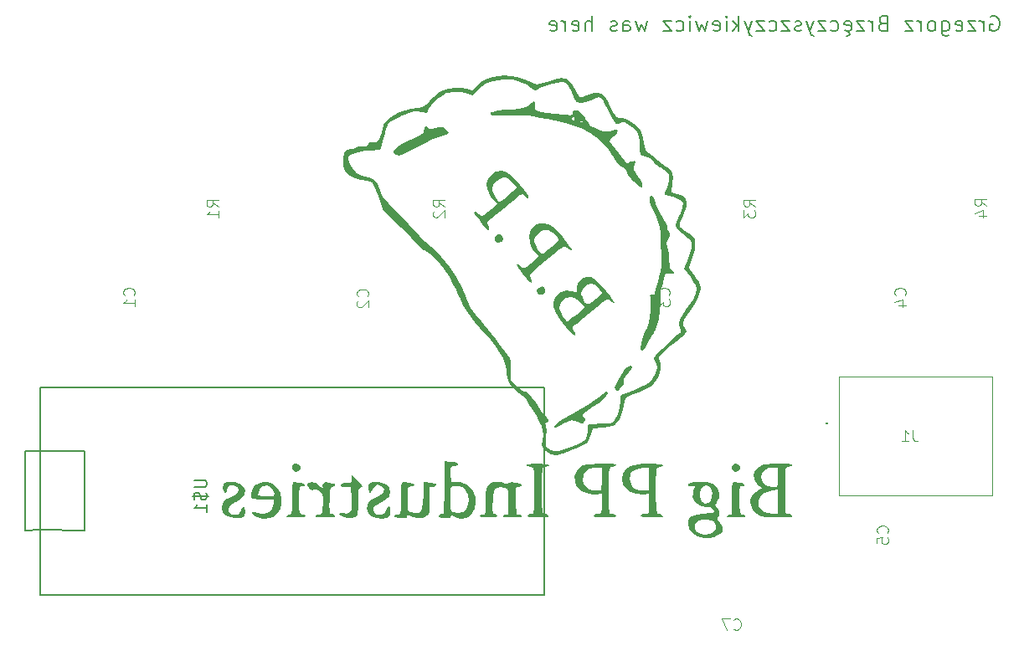
<source format=gbr>
%TF.GenerationSoftware,KiCad,Pcbnew,7.0.1*%
%TF.CreationDate,2023-06-06T13:02:27-04:00*%
%TF.ProjectId,nixie,6e697869-652e-46b6-9963-61645f706362,rev?*%
%TF.SameCoordinates,Original*%
%TF.FileFunction,Legend,Bot*%
%TF.FilePolarity,Positive*%
%FSLAX46Y46*%
G04 Gerber Fmt 4.6, Leading zero omitted, Abs format (unit mm)*
G04 Created by KiCad (PCBNEW 7.0.1) date 2023-06-06 13:02:27*
%MOMM*%
%LPD*%
G01*
G04 APERTURE LIST*
%ADD10C,0.134112*%
%ADD11C,0.101600*%
%ADD12C,0.150000*%
%ADD13C,0.200000*%
%ADD14C,0.100000*%
%ADD15C,0.127000*%
G04 APERTURE END LIST*
D10*
X196386123Y-77742808D02*
X196533008Y-77669366D01*
X196533008Y-77669366D02*
X196753334Y-77669366D01*
X196753334Y-77669366D02*
X196973661Y-77742808D01*
X196973661Y-77742808D02*
X197120546Y-77889693D01*
X197120546Y-77889693D02*
X197193988Y-78036577D01*
X197193988Y-78036577D02*
X197267430Y-78330346D01*
X197267430Y-78330346D02*
X197267430Y-78550673D01*
X197267430Y-78550673D02*
X197193988Y-78844442D01*
X197193988Y-78844442D02*
X197120546Y-78991327D01*
X197120546Y-78991327D02*
X196973661Y-79138212D01*
X196973661Y-79138212D02*
X196753334Y-79211654D01*
X196753334Y-79211654D02*
X196606450Y-79211654D01*
X196606450Y-79211654D02*
X196386123Y-79138212D01*
X196386123Y-79138212D02*
X196312681Y-79064769D01*
X196312681Y-79064769D02*
X196312681Y-78550673D01*
X196312681Y-78550673D02*
X196606450Y-78550673D01*
X195651700Y-79211654D02*
X195651700Y-78183462D01*
X195651700Y-78477231D02*
X195578258Y-78330346D01*
X195578258Y-78330346D02*
X195504816Y-78256904D01*
X195504816Y-78256904D02*
X195357931Y-78183462D01*
X195357931Y-78183462D02*
X195211046Y-78183462D01*
X194843835Y-78183462D02*
X194035970Y-78183462D01*
X194035970Y-78183462D02*
X194843835Y-79211654D01*
X194843835Y-79211654D02*
X194035970Y-79211654D01*
X192860893Y-79138212D02*
X193007777Y-79211654D01*
X193007777Y-79211654D02*
X193301547Y-79211654D01*
X193301547Y-79211654D02*
X193448431Y-79138212D01*
X193448431Y-79138212D02*
X193521873Y-78991327D01*
X193521873Y-78991327D02*
X193521873Y-78403789D01*
X193521873Y-78403789D02*
X193448431Y-78256904D01*
X193448431Y-78256904D02*
X193301547Y-78183462D01*
X193301547Y-78183462D02*
X193007777Y-78183462D01*
X193007777Y-78183462D02*
X192860893Y-78256904D01*
X192860893Y-78256904D02*
X192787451Y-78403789D01*
X192787451Y-78403789D02*
X192787451Y-78550673D01*
X192787451Y-78550673D02*
X193521873Y-78697558D01*
X191465490Y-78183462D02*
X191465490Y-79431981D01*
X191465490Y-79431981D02*
X191538932Y-79578865D01*
X191538932Y-79578865D02*
X191612374Y-79652308D01*
X191612374Y-79652308D02*
X191759259Y-79725750D01*
X191759259Y-79725750D02*
X191979586Y-79725750D01*
X191979586Y-79725750D02*
X192126470Y-79652308D01*
X191465490Y-79138212D02*
X191612374Y-79211654D01*
X191612374Y-79211654D02*
X191906143Y-79211654D01*
X191906143Y-79211654D02*
X192053028Y-79138212D01*
X192053028Y-79138212D02*
X192126470Y-79064769D01*
X192126470Y-79064769D02*
X192199912Y-78917885D01*
X192199912Y-78917885D02*
X192199912Y-78477231D01*
X192199912Y-78477231D02*
X192126470Y-78330346D01*
X192126470Y-78330346D02*
X192053028Y-78256904D01*
X192053028Y-78256904D02*
X191906143Y-78183462D01*
X191906143Y-78183462D02*
X191612374Y-78183462D01*
X191612374Y-78183462D02*
X191465490Y-78256904D01*
X190510740Y-79211654D02*
X190657625Y-79138212D01*
X190657625Y-79138212D02*
X190731067Y-79064769D01*
X190731067Y-79064769D02*
X190804509Y-78917885D01*
X190804509Y-78917885D02*
X190804509Y-78477231D01*
X190804509Y-78477231D02*
X190731067Y-78330346D01*
X190731067Y-78330346D02*
X190657625Y-78256904D01*
X190657625Y-78256904D02*
X190510740Y-78183462D01*
X190510740Y-78183462D02*
X190290413Y-78183462D01*
X190290413Y-78183462D02*
X190143529Y-78256904D01*
X190143529Y-78256904D02*
X190070087Y-78330346D01*
X190070087Y-78330346D02*
X189996644Y-78477231D01*
X189996644Y-78477231D02*
X189996644Y-78917885D01*
X189996644Y-78917885D02*
X190070087Y-79064769D01*
X190070087Y-79064769D02*
X190143529Y-79138212D01*
X190143529Y-79138212D02*
X190290413Y-79211654D01*
X190290413Y-79211654D02*
X190510740Y-79211654D01*
X189335664Y-79211654D02*
X189335664Y-78183462D01*
X189335664Y-78477231D02*
X189262222Y-78330346D01*
X189262222Y-78330346D02*
X189188780Y-78256904D01*
X189188780Y-78256904D02*
X189041895Y-78183462D01*
X189041895Y-78183462D02*
X188895010Y-78183462D01*
X188527799Y-78183462D02*
X187719934Y-78183462D01*
X187719934Y-78183462D02*
X188527799Y-79211654D01*
X188527799Y-79211654D02*
X187719934Y-79211654D01*
X185443222Y-78403789D02*
X185222895Y-78477231D01*
X185222895Y-78477231D02*
X185149453Y-78550673D01*
X185149453Y-78550673D02*
X185076011Y-78697558D01*
X185076011Y-78697558D02*
X185076011Y-78917885D01*
X185076011Y-78917885D02*
X185149453Y-79064769D01*
X185149453Y-79064769D02*
X185222895Y-79138212D01*
X185222895Y-79138212D02*
X185369780Y-79211654D01*
X185369780Y-79211654D02*
X185957318Y-79211654D01*
X185957318Y-79211654D02*
X185957318Y-77669366D01*
X185957318Y-77669366D02*
X185443222Y-77669366D01*
X185443222Y-77669366D02*
X185296338Y-77742808D01*
X185296338Y-77742808D02*
X185222895Y-77816250D01*
X185222895Y-77816250D02*
X185149453Y-77963135D01*
X185149453Y-77963135D02*
X185149453Y-78110020D01*
X185149453Y-78110020D02*
X185222895Y-78256904D01*
X185222895Y-78256904D02*
X185296338Y-78330346D01*
X185296338Y-78330346D02*
X185443222Y-78403789D01*
X185443222Y-78403789D02*
X185957318Y-78403789D01*
X184415030Y-79211654D02*
X184415030Y-78183462D01*
X184415030Y-78477231D02*
X184341588Y-78330346D01*
X184341588Y-78330346D02*
X184268146Y-78256904D01*
X184268146Y-78256904D02*
X184121261Y-78183462D01*
X184121261Y-78183462D02*
X183974376Y-78183462D01*
X183607165Y-78183462D02*
X182799300Y-78183462D01*
X182799300Y-78183462D02*
X183607165Y-79211654D01*
X183607165Y-79211654D02*
X182799300Y-79211654D01*
X181624223Y-79138212D02*
X181771107Y-79211654D01*
X181771107Y-79211654D02*
X182064877Y-79211654D01*
X182064877Y-79211654D02*
X182211761Y-79138212D01*
X182211761Y-79138212D02*
X182285203Y-78991327D01*
X182285203Y-78991327D02*
X182285203Y-78403789D01*
X182285203Y-78403789D02*
X182211761Y-78256904D01*
X182211761Y-78256904D02*
X182064877Y-78183462D01*
X182064877Y-78183462D02*
X181771107Y-78183462D01*
X181771107Y-78183462D02*
X181624223Y-78256904D01*
X181624223Y-78256904D02*
X181550781Y-78403789D01*
X181550781Y-78403789D02*
X181550781Y-78550673D01*
X181550781Y-78550673D02*
X182285203Y-78697558D01*
X181917992Y-79211654D02*
X182064877Y-79358538D01*
X182064877Y-79358538D02*
X182138319Y-79505423D01*
X182138319Y-79505423D02*
X182064877Y-79652308D01*
X182064877Y-79652308D02*
X181917992Y-79725750D01*
X181917992Y-79725750D02*
X181771107Y-79725750D01*
X180228820Y-79138212D02*
X180375704Y-79211654D01*
X180375704Y-79211654D02*
X180669473Y-79211654D01*
X180669473Y-79211654D02*
X180816358Y-79138212D01*
X180816358Y-79138212D02*
X180889800Y-79064769D01*
X180889800Y-79064769D02*
X180963242Y-78917885D01*
X180963242Y-78917885D02*
X180963242Y-78477231D01*
X180963242Y-78477231D02*
X180889800Y-78330346D01*
X180889800Y-78330346D02*
X180816358Y-78256904D01*
X180816358Y-78256904D02*
X180669473Y-78183462D01*
X180669473Y-78183462D02*
X180375704Y-78183462D01*
X180375704Y-78183462D02*
X180228820Y-78256904D01*
X179714724Y-78183462D02*
X178906859Y-78183462D01*
X178906859Y-78183462D02*
X179714724Y-79211654D01*
X179714724Y-79211654D02*
X178906859Y-79211654D01*
X178466205Y-78183462D02*
X178098993Y-79211654D01*
X177731782Y-78183462D02*
X178098993Y-79211654D01*
X178098993Y-79211654D02*
X178245878Y-79578865D01*
X178245878Y-79578865D02*
X178319320Y-79652308D01*
X178319320Y-79652308D02*
X178466205Y-79725750D01*
X177217685Y-79138212D02*
X177070801Y-79211654D01*
X177070801Y-79211654D02*
X176777032Y-79211654D01*
X176777032Y-79211654D02*
X176630147Y-79138212D01*
X176630147Y-79138212D02*
X176556705Y-78991327D01*
X176556705Y-78991327D02*
X176556705Y-78917885D01*
X176556705Y-78917885D02*
X176630147Y-78771000D01*
X176630147Y-78771000D02*
X176777032Y-78697558D01*
X176777032Y-78697558D02*
X176997359Y-78697558D01*
X176997359Y-78697558D02*
X177144243Y-78624116D01*
X177144243Y-78624116D02*
X177217685Y-78477231D01*
X177217685Y-78477231D02*
X177217685Y-78403789D01*
X177217685Y-78403789D02*
X177144243Y-78256904D01*
X177144243Y-78256904D02*
X176997359Y-78183462D01*
X176997359Y-78183462D02*
X176777032Y-78183462D01*
X176777032Y-78183462D02*
X176630147Y-78256904D01*
X176042609Y-78183462D02*
X175234744Y-78183462D01*
X175234744Y-78183462D02*
X176042609Y-79211654D01*
X176042609Y-79211654D02*
X175234744Y-79211654D01*
X173986225Y-79138212D02*
X174133109Y-79211654D01*
X174133109Y-79211654D02*
X174426878Y-79211654D01*
X174426878Y-79211654D02*
X174573763Y-79138212D01*
X174573763Y-79138212D02*
X174647205Y-79064769D01*
X174647205Y-79064769D02*
X174720647Y-78917885D01*
X174720647Y-78917885D02*
X174720647Y-78477231D01*
X174720647Y-78477231D02*
X174647205Y-78330346D01*
X174647205Y-78330346D02*
X174573763Y-78256904D01*
X174573763Y-78256904D02*
X174426878Y-78183462D01*
X174426878Y-78183462D02*
X174133109Y-78183462D01*
X174133109Y-78183462D02*
X173986225Y-78256904D01*
X173472129Y-78183462D02*
X172664264Y-78183462D01*
X172664264Y-78183462D02*
X173472129Y-79211654D01*
X173472129Y-79211654D02*
X172664264Y-79211654D01*
X172223610Y-78183462D02*
X171856398Y-79211654D01*
X171489187Y-78183462D02*
X171856398Y-79211654D01*
X171856398Y-79211654D02*
X172003283Y-79578865D01*
X172003283Y-79578865D02*
X172076725Y-79652308D01*
X172076725Y-79652308D02*
X172223610Y-79725750D01*
X170901648Y-79211654D02*
X170901648Y-77669366D01*
X170754764Y-78624116D02*
X170314110Y-79211654D01*
X170314110Y-78183462D02*
X170901648Y-78771000D01*
X169653129Y-79211654D02*
X169653129Y-78183462D01*
X169653129Y-77669366D02*
X169726571Y-77742808D01*
X169726571Y-77742808D02*
X169653129Y-77816250D01*
X169653129Y-77816250D02*
X169579687Y-77742808D01*
X169579687Y-77742808D02*
X169653129Y-77669366D01*
X169653129Y-77669366D02*
X169653129Y-77816250D01*
X168331168Y-79138212D02*
X168478052Y-79211654D01*
X168478052Y-79211654D02*
X168771822Y-79211654D01*
X168771822Y-79211654D02*
X168918706Y-79138212D01*
X168918706Y-79138212D02*
X168992148Y-78991327D01*
X168992148Y-78991327D02*
X168992148Y-78403789D01*
X168992148Y-78403789D02*
X168918706Y-78256904D01*
X168918706Y-78256904D02*
X168771822Y-78183462D01*
X168771822Y-78183462D02*
X168478052Y-78183462D01*
X168478052Y-78183462D02*
X168331168Y-78256904D01*
X168331168Y-78256904D02*
X168257726Y-78403789D01*
X168257726Y-78403789D02*
X168257726Y-78550673D01*
X168257726Y-78550673D02*
X168992148Y-78697558D01*
X167743630Y-78183462D02*
X167449861Y-79211654D01*
X167449861Y-79211654D02*
X167156091Y-78477231D01*
X167156091Y-78477231D02*
X166862322Y-79211654D01*
X166862322Y-79211654D02*
X166568553Y-78183462D01*
X165981015Y-79211654D02*
X165981015Y-78183462D01*
X165981015Y-77669366D02*
X166054457Y-77742808D01*
X166054457Y-77742808D02*
X165981015Y-77816250D01*
X165981015Y-77816250D02*
X165907573Y-77742808D01*
X165907573Y-77742808D02*
X165981015Y-77669366D01*
X165981015Y-77669366D02*
X165981015Y-77816250D01*
X164585612Y-79138212D02*
X164732496Y-79211654D01*
X164732496Y-79211654D02*
X165026265Y-79211654D01*
X165026265Y-79211654D02*
X165173150Y-79138212D01*
X165173150Y-79138212D02*
X165246592Y-79064769D01*
X165246592Y-79064769D02*
X165320034Y-78917885D01*
X165320034Y-78917885D02*
X165320034Y-78477231D01*
X165320034Y-78477231D02*
X165246592Y-78330346D01*
X165246592Y-78330346D02*
X165173150Y-78256904D01*
X165173150Y-78256904D02*
X165026265Y-78183462D01*
X165026265Y-78183462D02*
X164732496Y-78183462D01*
X164732496Y-78183462D02*
X164585612Y-78256904D01*
X164071516Y-78183462D02*
X163263651Y-78183462D01*
X163263651Y-78183462D02*
X164071516Y-79211654D01*
X164071516Y-79211654D02*
X163263651Y-79211654D01*
X161647920Y-78183462D02*
X161354151Y-79211654D01*
X161354151Y-79211654D02*
X161060381Y-78477231D01*
X161060381Y-78477231D02*
X160766612Y-79211654D01*
X160766612Y-79211654D02*
X160472843Y-78183462D01*
X159224325Y-79211654D02*
X159224325Y-78403789D01*
X159224325Y-78403789D02*
X159297767Y-78256904D01*
X159297767Y-78256904D02*
X159444651Y-78183462D01*
X159444651Y-78183462D02*
X159738421Y-78183462D01*
X159738421Y-78183462D02*
X159885305Y-78256904D01*
X159224325Y-79138212D02*
X159371209Y-79211654D01*
X159371209Y-79211654D02*
X159738421Y-79211654D01*
X159738421Y-79211654D02*
X159885305Y-79138212D01*
X159885305Y-79138212D02*
X159958747Y-78991327D01*
X159958747Y-78991327D02*
X159958747Y-78844442D01*
X159958747Y-78844442D02*
X159885305Y-78697558D01*
X159885305Y-78697558D02*
X159738421Y-78624116D01*
X159738421Y-78624116D02*
X159371209Y-78624116D01*
X159371209Y-78624116D02*
X159224325Y-78550673D01*
X158563344Y-79138212D02*
X158416460Y-79211654D01*
X158416460Y-79211654D02*
X158122691Y-79211654D01*
X158122691Y-79211654D02*
X157975806Y-79138212D01*
X157975806Y-79138212D02*
X157902364Y-78991327D01*
X157902364Y-78991327D02*
X157902364Y-78917885D01*
X157902364Y-78917885D02*
X157975806Y-78771000D01*
X157975806Y-78771000D02*
X158122691Y-78697558D01*
X158122691Y-78697558D02*
X158343018Y-78697558D01*
X158343018Y-78697558D02*
X158489902Y-78624116D01*
X158489902Y-78624116D02*
X158563344Y-78477231D01*
X158563344Y-78477231D02*
X158563344Y-78403789D01*
X158563344Y-78403789D02*
X158489902Y-78256904D01*
X158489902Y-78256904D02*
X158343018Y-78183462D01*
X158343018Y-78183462D02*
X158122691Y-78183462D01*
X158122691Y-78183462D02*
X157975806Y-78256904D01*
X156066306Y-79211654D02*
X156066306Y-77669366D01*
X155405326Y-79211654D02*
X155405326Y-78403789D01*
X155405326Y-78403789D02*
X155478768Y-78256904D01*
X155478768Y-78256904D02*
X155625652Y-78183462D01*
X155625652Y-78183462D02*
X155845979Y-78183462D01*
X155845979Y-78183462D02*
X155992864Y-78256904D01*
X155992864Y-78256904D02*
X156066306Y-78330346D01*
X154083365Y-79138212D02*
X154230249Y-79211654D01*
X154230249Y-79211654D02*
X154524019Y-79211654D01*
X154524019Y-79211654D02*
X154670903Y-79138212D01*
X154670903Y-79138212D02*
X154744345Y-78991327D01*
X154744345Y-78991327D02*
X154744345Y-78403789D01*
X154744345Y-78403789D02*
X154670903Y-78256904D01*
X154670903Y-78256904D02*
X154524019Y-78183462D01*
X154524019Y-78183462D02*
X154230249Y-78183462D01*
X154230249Y-78183462D02*
X154083365Y-78256904D01*
X154083365Y-78256904D02*
X154009923Y-78403789D01*
X154009923Y-78403789D02*
X154009923Y-78550673D01*
X154009923Y-78550673D02*
X154744345Y-78697558D01*
X153348942Y-79211654D02*
X153348942Y-78183462D01*
X153348942Y-78477231D02*
X153275500Y-78330346D01*
X153275500Y-78330346D02*
X153202058Y-78256904D01*
X153202058Y-78256904D02*
X153055173Y-78183462D01*
X153055173Y-78183462D02*
X152908288Y-78183462D01*
X151806654Y-79138212D02*
X151953538Y-79211654D01*
X151953538Y-79211654D02*
X152247308Y-79211654D01*
X152247308Y-79211654D02*
X152394192Y-79138212D01*
X152394192Y-79138212D02*
X152467634Y-78991327D01*
X152467634Y-78991327D02*
X152467634Y-78403789D01*
X152467634Y-78403789D02*
X152394192Y-78256904D01*
X152394192Y-78256904D02*
X152247308Y-78183462D01*
X152247308Y-78183462D02*
X151953538Y-78183462D01*
X151953538Y-78183462D02*
X151806654Y-78256904D01*
X151806654Y-78256904D02*
X151733212Y-78403789D01*
X151733212Y-78403789D02*
X151733212Y-78550673D01*
X151733212Y-78550673D02*
X152467634Y-78697558D01*
D11*
%TO.C,C1*%
X109727733Y-105918685D02*
X109783372Y-105863047D01*
X109783372Y-105863047D02*
X109839010Y-105696133D01*
X109839010Y-105696133D02*
X109839010Y-105584857D01*
X109839010Y-105584857D02*
X109783372Y-105417942D01*
X109783372Y-105417942D02*
X109672095Y-105306666D01*
X109672095Y-105306666D02*
X109560819Y-105251028D01*
X109560819Y-105251028D02*
X109338267Y-105195390D01*
X109338267Y-105195390D02*
X109171352Y-105195390D01*
X109171352Y-105195390D02*
X108948800Y-105251028D01*
X108948800Y-105251028D02*
X108837524Y-105306666D01*
X108837524Y-105306666D02*
X108726248Y-105417942D01*
X108726248Y-105417942D02*
X108670610Y-105584857D01*
X108670610Y-105584857D02*
X108670610Y-105696133D01*
X108670610Y-105696133D02*
X108726248Y-105863047D01*
X108726248Y-105863047D02*
X108781886Y-105918685D01*
X109839010Y-107031447D02*
X109839010Y-106363790D01*
X109839010Y-106697618D02*
X108670610Y-106697618D01*
X108670610Y-106697618D02*
X108837524Y-106586342D01*
X108837524Y-106586342D02*
X108948800Y-106475066D01*
X108948800Y-106475066D02*
X109004438Y-106363790D01*
%TO.C,J1*%
X188526466Y-119544124D02*
X188526466Y-120378695D01*
X188526466Y-120378695D02*
X188582105Y-120545609D01*
X188582105Y-120545609D02*
X188693381Y-120656886D01*
X188693381Y-120656886D02*
X188860295Y-120712524D01*
X188860295Y-120712524D02*
X188971571Y-120712524D01*
X187358066Y-120712524D02*
X188025723Y-120712524D01*
X187691895Y-120712524D02*
X187691895Y-119544124D01*
X187691895Y-119544124D02*
X187803171Y-119711038D01*
X187803171Y-119711038D02*
X187914447Y-119822314D01*
X187914447Y-119822314D02*
X188025723Y-119877952D01*
%TO.C,C4*%
X187705733Y-105918685D02*
X187761372Y-105863047D01*
X187761372Y-105863047D02*
X187817010Y-105696133D01*
X187817010Y-105696133D02*
X187817010Y-105584857D01*
X187817010Y-105584857D02*
X187761372Y-105417942D01*
X187761372Y-105417942D02*
X187650095Y-105306666D01*
X187650095Y-105306666D02*
X187538819Y-105251028D01*
X187538819Y-105251028D02*
X187316267Y-105195390D01*
X187316267Y-105195390D02*
X187149352Y-105195390D01*
X187149352Y-105195390D02*
X186926800Y-105251028D01*
X186926800Y-105251028D02*
X186815524Y-105306666D01*
X186815524Y-105306666D02*
X186704248Y-105417942D01*
X186704248Y-105417942D02*
X186648610Y-105584857D01*
X186648610Y-105584857D02*
X186648610Y-105696133D01*
X186648610Y-105696133D02*
X186704248Y-105863047D01*
X186704248Y-105863047D02*
X186759886Y-105918685D01*
X187038076Y-106920171D02*
X187817010Y-106920171D01*
X186592972Y-106641980D02*
X187427543Y-106363790D01*
X187427543Y-106363790D02*
X187427543Y-107087085D01*
%TO.C,C2*%
X133349733Y-106040685D02*
X133405372Y-105985047D01*
X133405372Y-105985047D02*
X133461010Y-105818133D01*
X133461010Y-105818133D02*
X133461010Y-105706857D01*
X133461010Y-105706857D02*
X133405372Y-105539942D01*
X133405372Y-105539942D02*
X133294095Y-105428666D01*
X133294095Y-105428666D02*
X133182819Y-105373028D01*
X133182819Y-105373028D02*
X132960267Y-105317390D01*
X132960267Y-105317390D02*
X132793352Y-105317390D01*
X132793352Y-105317390D02*
X132570800Y-105373028D01*
X132570800Y-105373028D02*
X132459524Y-105428666D01*
X132459524Y-105428666D02*
X132348248Y-105539942D01*
X132348248Y-105539942D02*
X132292610Y-105706857D01*
X132292610Y-105706857D02*
X132292610Y-105818133D01*
X132292610Y-105818133D02*
X132348248Y-105985047D01*
X132348248Y-105985047D02*
X132403886Y-106040685D01*
X132403886Y-106485790D02*
X132348248Y-106541428D01*
X132348248Y-106541428D02*
X132292610Y-106652704D01*
X132292610Y-106652704D02*
X132292610Y-106930895D01*
X132292610Y-106930895D02*
X132348248Y-107042171D01*
X132348248Y-107042171D02*
X132403886Y-107097809D01*
X132403886Y-107097809D02*
X132515162Y-107153447D01*
X132515162Y-107153447D02*
X132626438Y-107153447D01*
X132626438Y-107153447D02*
X132793352Y-107097809D01*
X132793352Y-107097809D02*
X133461010Y-106430152D01*
X133461010Y-106430152D02*
X133461010Y-107153447D01*
D12*
%TO.C,U$1*%
X115817526Y-124627618D02*
X116845621Y-124627618D01*
X116845621Y-124627618D02*
X116966573Y-124688095D01*
X116966573Y-124688095D02*
X117027050Y-124748571D01*
X117027050Y-124748571D02*
X117087526Y-124869523D01*
X117087526Y-124869523D02*
X117087526Y-125111428D01*
X117087526Y-125111428D02*
X117027050Y-125232380D01*
X117027050Y-125232380D02*
X116966573Y-125292857D01*
X116966573Y-125292857D02*
X116845621Y-125353333D01*
X116845621Y-125353333D02*
X115817526Y-125353333D01*
X117027050Y-125897618D02*
X117087526Y-126079047D01*
X117087526Y-126079047D02*
X117087526Y-126381428D01*
X117087526Y-126381428D02*
X117027050Y-126502380D01*
X117027050Y-126502380D02*
X116966573Y-126562856D01*
X116966573Y-126562856D02*
X116845621Y-126623333D01*
X116845621Y-126623333D02*
X116724669Y-126623333D01*
X116724669Y-126623333D02*
X116603716Y-126562856D01*
X116603716Y-126562856D02*
X116543240Y-126502380D01*
X116543240Y-126502380D02*
X116482764Y-126381428D01*
X116482764Y-126381428D02*
X116422288Y-126139523D01*
X116422288Y-126139523D02*
X116361811Y-126018571D01*
X116361811Y-126018571D02*
X116301335Y-125958094D01*
X116301335Y-125958094D02*
X116180383Y-125897618D01*
X116180383Y-125897618D02*
X116059430Y-125897618D01*
X116059430Y-125897618D02*
X115938478Y-125958094D01*
X115938478Y-125958094D02*
X115878002Y-126018571D01*
X115878002Y-126018571D02*
X115817526Y-126139523D01*
X115817526Y-126139523D02*
X115817526Y-126441904D01*
X115817526Y-126441904D02*
X115878002Y-126623333D01*
X115636097Y-126260475D02*
X117268954Y-126260475D01*
X117087526Y-127832857D02*
X117087526Y-127107142D01*
X117087526Y-127469999D02*
X115817526Y-127469999D01*
X115817526Y-127469999D02*
X115998954Y-127349047D01*
X115998954Y-127349047D02*
X116119907Y-127228095D01*
X116119907Y-127228095D02*
X116180383Y-127107142D01*
D11*
%TO.C,R3*%
X172557010Y-96945847D02*
X172000629Y-96556380D01*
X172557010Y-96278190D02*
X171388610Y-96278190D01*
X171388610Y-96278190D02*
X171388610Y-96723295D01*
X171388610Y-96723295D02*
X171444248Y-96834571D01*
X171444248Y-96834571D02*
X171499886Y-96890209D01*
X171499886Y-96890209D02*
X171611162Y-96945847D01*
X171611162Y-96945847D02*
X171778076Y-96945847D01*
X171778076Y-96945847D02*
X171889352Y-96890209D01*
X171889352Y-96890209D02*
X171944991Y-96834571D01*
X171944991Y-96834571D02*
X172000629Y-96723295D01*
X172000629Y-96723295D02*
X172000629Y-96278190D01*
X171388610Y-97335314D02*
X171388610Y-98058609D01*
X171388610Y-98058609D02*
X171833714Y-97669142D01*
X171833714Y-97669142D02*
X171833714Y-97836057D01*
X171833714Y-97836057D02*
X171889352Y-97947333D01*
X171889352Y-97947333D02*
X171944991Y-98002971D01*
X171944991Y-98002971D02*
X172056267Y-98058609D01*
X172056267Y-98058609D02*
X172334457Y-98058609D01*
X172334457Y-98058609D02*
X172445733Y-98002971D01*
X172445733Y-98002971D02*
X172501372Y-97947333D01*
X172501372Y-97947333D02*
X172557010Y-97836057D01*
X172557010Y-97836057D02*
X172557010Y-97502228D01*
X172557010Y-97502228D02*
X172501372Y-97390952D01*
X172501372Y-97390952D02*
X172445733Y-97335314D01*
%TO.C,C3*%
X163829733Y-105918685D02*
X163885372Y-105863047D01*
X163885372Y-105863047D02*
X163941010Y-105696133D01*
X163941010Y-105696133D02*
X163941010Y-105584857D01*
X163941010Y-105584857D02*
X163885372Y-105417942D01*
X163885372Y-105417942D02*
X163774095Y-105306666D01*
X163774095Y-105306666D02*
X163662819Y-105251028D01*
X163662819Y-105251028D02*
X163440267Y-105195390D01*
X163440267Y-105195390D02*
X163273352Y-105195390D01*
X163273352Y-105195390D02*
X163050800Y-105251028D01*
X163050800Y-105251028D02*
X162939524Y-105306666D01*
X162939524Y-105306666D02*
X162828248Y-105417942D01*
X162828248Y-105417942D02*
X162772610Y-105584857D01*
X162772610Y-105584857D02*
X162772610Y-105696133D01*
X162772610Y-105696133D02*
X162828248Y-105863047D01*
X162828248Y-105863047D02*
X162883886Y-105918685D01*
X162772610Y-106308152D02*
X162772610Y-107031447D01*
X162772610Y-107031447D02*
X163217714Y-106641980D01*
X163217714Y-106641980D02*
X163217714Y-106808895D01*
X163217714Y-106808895D02*
X163273352Y-106920171D01*
X163273352Y-106920171D02*
X163328991Y-106975809D01*
X163328991Y-106975809D02*
X163440267Y-107031447D01*
X163440267Y-107031447D02*
X163718457Y-107031447D01*
X163718457Y-107031447D02*
X163829733Y-106975809D01*
X163829733Y-106975809D02*
X163885372Y-106920171D01*
X163885372Y-106920171D02*
X163941010Y-106808895D01*
X163941010Y-106808895D02*
X163941010Y-106475066D01*
X163941010Y-106475066D02*
X163885372Y-106363790D01*
X163885372Y-106363790D02*
X163829733Y-106308152D01*
%TO.C,C5*%
X185927733Y-129972485D02*
X185983372Y-129916847D01*
X185983372Y-129916847D02*
X186039010Y-129749933D01*
X186039010Y-129749933D02*
X186039010Y-129638657D01*
X186039010Y-129638657D02*
X185983372Y-129471742D01*
X185983372Y-129471742D02*
X185872095Y-129360466D01*
X185872095Y-129360466D02*
X185760819Y-129304828D01*
X185760819Y-129304828D02*
X185538267Y-129249190D01*
X185538267Y-129249190D02*
X185371352Y-129249190D01*
X185371352Y-129249190D02*
X185148800Y-129304828D01*
X185148800Y-129304828D02*
X185037524Y-129360466D01*
X185037524Y-129360466D02*
X184926248Y-129471742D01*
X184926248Y-129471742D02*
X184870610Y-129638657D01*
X184870610Y-129638657D02*
X184870610Y-129749933D01*
X184870610Y-129749933D02*
X184926248Y-129916847D01*
X184926248Y-129916847D02*
X184981886Y-129972485D01*
X184870610Y-131029609D02*
X184870610Y-130473228D01*
X184870610Y-130473228D02*
X185426991Y-130417590D01*
X185426991Y-130417590D02*
X185371352Y-130473228D01*
X185371352Y-130473228D02*
X185315714Y-130584504D01*
X185315714Y-130584504D02*
X185315714Y-130862695D01*
X185315714Y-130862695D02*
X185371352Y-130973971D01*
X185371352Y-130973971D02*
X185426991Y-131029609D01*
X185426991Y-131029609D02*
X185538267Y-131085247D01*
X185538267Y-131085247D02*
X185816457Y-131085247D01*
X185816457Y-131085247D02*
X185927733Y-131029609D01*
X185927733Y-131029609D02*
X185983372Y-130973971D01*
X185983372Y-130973971D02*
X186039010Y-130862695D01*
X186039010Y-130862695D02*
X186039010Y-130584504D01*
X186039010Y-130584504D02*
X185983372Y-130473228D01*
X185983372Y-130473228D02*
X185927733Y-130417590D01*
%TO.C,R2*%
X141157010Y-96957847D02*
X140600629Y-96568380D01*
X141157010Y-96290190D02*
X139988610Y-96290190D01*
X139988610Y-96290190D02*
X139988610Y-96735295D01*
X139988610Y-96735295D02*
X140044248Y-96846571D01*
X140044248Y-96846571D02*
X140099886Y-96902209D01*
X140099886Y-96902209D02*
X140211162Y-96957847D01*
X140211162Y-96957847D02*
X140378076Y-96957847D01*
X140378076Y-96957847D02*
X140489352Y-96902209D01*
X140489352Y-96902209D02*
X140544991Y-96846571D01*
X140544991Y-96846571D02*
X140600629Y-96735295D01*
X140600629Y-96735295D02*
X140600629Y-96290190D01*
X140099886Y-97402952D02*
X140044248Y-97458590D01*
X140044248Y-97458590D02*
X139988610Y-97569866D01*
X139988610Y-97569866D02*
X139988610Y-97848057D01*
X139988610Y-97848057D02*
X140044248Y-97959333D01*
X140044248Y-97959333D02*
X140099886Y-98014971D01*
X140099886Y-98014971D02*
X140211162Y-98070609D01*
X140211162Y-98070609D02*
X140322438Y-98070609D01*
X140322438Y-98070609D02*
X140489352Y-98014971D01*
X140489352Y-98014971D02*
X141157010Y-97347314D01*
X141157010Y-97347314D02*
X141157010Y-98070609D01*
%TO.C,R4*%
X195957010Y-96891847D02*
X195400629Y-96502380D01*
X195957010Y-96224190D02*
X194788610Y-96224190D01*
X194788610Y-96224190D02*
X194788610Y-96669295D01*
X194788610Y-96669295D02*
X194844248Y-96780571D01*
X194844248Y-96780571D02*
X194899886Y-96836209D01*
X194899886Y-96836209D02*
X195011162Y-96891847D01*
X195011162Y-96891847D02*
X195178076Y-96891847D01*
X195178076Y-96891847D02*
X195289352Y-96836209D01*
X195289352Y-96836209D02*
X195344991Y-96780571D01*
X195344991Y-96780571D02*
X195400629Y-96669295D01*
X195400629Y-96669295D02*
X195400629Y-96224190D01*
X195178076Y-97893333D02*
X195957010Y-97893333D01*
X194732972Y-97615142D02*
X195567543Y-97336952D01*
X195567543Y-97336952D02*
X195567543Y-98060247D01*
%TO.C,R1*%
X118257010Y-96957847D02*
X117700629Y-96568380D01*
X118257010Y-96290190D02*
X117088610Y-96290190D01*
X117088610Y-96290190D02*
X117088610Y-96735295D01*
X117088610Y-96735295D02*
X117144248Y-96846571D01*
X117144248Y-96846571D02*
X117199886Y-96902209D01*
X117199886Y-96902209D02*
X117311162Y-96957847D01*
X117311162Y-96957847D02*
X117478076Y-96957847D01*
X117478076Y-96957847D02*
X117589352Y-96902209D01*
X117589352Y-96902209D02*
X117644991Y-96846571D01*
X117644991Y-96846571D02*
X117700629Y-96735295D01*
X117700629Y-96735295D02*
X117700629Y-96290190D01*
X118257010Y-98070609D02*
X118257010Y-97402952D01*
X118257010Y-97736780D02*
X117088610Y-97736780D01*
X117088610Y-97736780D02*
X117255524Y-97625504D01*
X117255524Y-97625504D02*
X117366800Y-97514228D01*
X117366800Y-97514228D02*
X117422438Y-97402952D01*
%TO.C,C7*%
X170377152Y-139699733D02*
X170432790Y-139755372D01*
X170432790Y-139755372D02*
X170599704Y-139811010D01*
X170599704Y-139811010D02*
X170710980Y-139811010D01*
X170710980Y-139811010D02*
X170877895Y-139755372D01*
X170877895Y-139755372D02*
X170989171Y-139644095D01*
X170989171Y-139644095D02*
X171044809Y-139532819D01*
X171044809Y-139532819D02*
X171100447Y-139310267D01*
X171100447Y-139310267D02*
X171100447Y-139143352D01*
X171100447Y-139143352D02*
X171044809Y-138920800D01*
X171044809Y-138920800D02*
X170989171Y-138809524D01*
X170989171Y-138809524D02*
X170877895Y-138698248D01*
X170877895Y-138698248D02*
X170710980Y-138642610D01*
X170710980Y-138642610D02*
X170599704Y-138642610D01*
X170599704Y-138642610D02*
X170432790Y-138698248D01*
X170432790Y-138698248D02*
X170377152Y-138753886D01*
X169987685Y-138642610D02*
X169208752Y-138642610D01*
X169208752Y-138642610D02*
X169709495Y-139811010D01*
D13*
%TO.C,J1*%
X179762000Y-118872000D02*
X179762000Y-118872000D01*
X179762000Y-118872000D02*
X179762000Y-118872000D01*
X179862000Y-118872000D02*
X179862000Y-118872000D01*
D14*
X181012000Y-114172000D02*
X181012000Y-126172000D01*
X181012000Y-126172000D02*
X196512000Y-126172000D01*
X196512000Y-114172000D02*
X181012000Y-114172000D01*
X196512000Y-126172000D02*
X196512000Y-114172000D01*
D13*
X179862000Y-118872000D02*
G75*
G03*
X179762000Y-118872000I-50000J0D01*
G01*
X179862000Y-118872000D02*
G75*
G03*
X179762000Y-118872000I-50000J0D01*
G01*
X179762000Y-118872000D02*
G75*
G03*
X179862000Y-118872000I50000J0D01*
G01*
%TO.C,G\u002A\u002A\u002A*%
G36*
X170878886Y-123053953D02*
G01*
X171042582Y-123288589D01*
X171033900Y-123545666D01*
X170792885Y-123729220D01*
X170573883Y-123766088D01*
X170325315Y-123667503D01*
X170195540Y-123454529D01*
X170220615Y-123202360D01*
X170436597Y-122986189D01*
X170649943Y-122924743D01*
X170878886Y-123053953D01*
G37*
G36*
X126397294Y-123053953D02*
G01*
X126560990Y-123288589D01*
X126552308Y-123545666D01*
X126311293Y-123729220D01*
X126092291Y-123766088D01*
X125843723Y-123667503D01*
X125713948Y-123454529D01*
X125739023Y-123202360D01*
X125955005Y-122986189D01*
X126168351Y-122924743D01*
X126397294Y-123053953D01*
G37*
G36*
X151202419Y-105113186D02*
G01*
X151313293Y-105358729D01*
X151339832Y-105592709D01*
X151222924Y-105807051D01*
X151071522Y-105880063D01*
X150763750Y-105888793D01*
X150550606Y-105716819D01*
X150499739Y-105402027D01*
X150605599Y-105163649D01*
X150885493Y-105060837D01*
X150986260Y-105052814D01*
X151202419Y-105113186D01*
G37*
G36*
X146806192Y-99790472D02*
G01*
X147032795Y-99970800D01*
X147116708Y-100238318D01*
X147021942Y-100482734D01*
X146900118Y-100563510D01*
X146612977Y-100597685D01*
X146345847Y-100496871D01*
X146208180Y-100287350D01*
X146264153Y-99992911D01*
X146486430Y-99798494D01*
X146794819Y-99786680D01*
X146806192Y-99790472D01*
G37*
G36*
X160141347Y-113139276D02*
G01*
X160162428Y-113191606D01*
X160068751Y-113400185D01*
X159793835Y-113709142D01*
X159682154Y-113820205D01*
X159422676Y-114134759D01*
X159314969Y-114426633D01*
X159317015Y-114791180D01*
X159274706Y-114952015D01*
X159078831Y-115143138D01*
X158919943Y-115267242D01*
X158819502Y-115467033D01*
X158759076Y-115631421D01*
X158612312Y-115611032D01*
X158444869Y-115407758D01*
X158408005Y-115334562D01*
X158383962Y-115235645D01*
X158406161Y-115105361D01*
X158491322Y-114906616D01*
X158656162Y-114602317D01*
X158917399Y-114155368D01*
X159291751Y-113528675D01*
X159370062Y-113418698D01*
X159636499Y-113191908D01*
X159922598Y-113085474D01*
X160141347Y-113139276D01*
G37*
G36*
X139423831Y-88908009D02*
G01*
X139497032Y-88996748D01*
X139635920Y-89075946D01*
X139860118Y-89070254D01*
X140248433Y-88987246D01*
X140486220Y-88933093D01*
X140794827Y-88892774D01*
X141011770Y-88939074D01*
X141234970Y-89081332D01*
X141355246Y-89180007D01*
X141543277Y-89431494D01*
X141509930Y-89622459D01*
X141254328Y-89723816D01*
X141056090Y-89762576D01*
X140516974Y-89936529D01*
X139827375Y-90223686D01*
X139027692Y-90606512D01*
X138158324Y-91067474D01*
X138053130Y-91125369D01*
X137364287Y-91476470D01*
X136832452Y-91693979D01*
X136479980Y-91768557D01*
X136292644Y-91755421D01*
X136041578Y-91647252D01*
X135985450Y-91451680D01*
X136107793Y-91195113D01*
X136392140Y-90903962D01*
X136822024Y-90604636D01*
X137380978Y-90323546D01*
X137490969Y-90276581D01*
X138135209Y-89992967D01*
X138581970Y-89774511D01*
X138865552Y-89600641D01*
X139020256Y-89450787D01*
X139080385Y-89304378D01*
X139113910Y-89112451D01*
X139192240Y-88835496D01*
X139288404Y-88775591D01*
X139423831Y-88908009D01*
G37*
G36*
X170862516Y-124870727D02*
G01*
X171201715Y-124949379D01*
X171472219Y-125045460D01*
X171582686Y-125137187D01*
X171542212Y-125203646D01*
X171334591Y-125273863D01*
X171041470Y-125269700D01*
X171008087Y-125360855D01*
X170982949Y-125657851D01*
X170972272Y-126112887D01*
X170978286Y-126676377D01*
X170999671Y-127263421D01*
X171038406Y-127746916D01*
X171094754Y-128022740D01*
X171171990Y-128115199D01*
X171418229Y-128145277D01*
X171554767Y-128194588D01*
X171582686Y-128288955D01*
X171581799Y-128294881D01*
X171445334Y-128357198D01*
X171112478Y-128399643D01*
X170634925Y-128415323D01*
X170590480Y-128415205D01*
X170123101Y-128397009D01*
X169804764Y-128352628D01*
X169687164Y-128288955D01*
X169688559Y-128271503D01*
X169817200Y-128157206D01*
X170097860Y-128147622D01*
X170106210Y-128148604D01*
X170151097Y-128129264D01*
X170182330Y-128039338D01*
X170202171Y-127842398D01*
X170212881Y-127502018D01*
X170216720Y-126981767D01*
X170215951Y-126245220D01*
X170216913Y-125956318D01*
X170237419Y-125352795D01*
X170284891Y-124986130D01*
X170360428Y-124845705D01*
X170545965Y-124831289D01*
X170862516Y-124870727D01*
G37*
G36*
X126379446Y-124871046D02*
G01*
X126719604Y-124948936D01*
X126990532Y-125044804D01*
X127101094Y-125137187D01*
X127062803Y-125201870D01*
X126857292Y-125273387D01*
X126564029Y-125271084D01*
X126516547Y-125321172D01*
X126482790Y-125510398D01*
X126461811Y-125867222D01*
X126451957Y-126419983D01*
X126451574Y-127197020D01*
X126458875Y-127547338D01*
X126497234Y-127881267D01*
X126583029Y-128052839D01*
X126732520Y-128115199D01*
X126740191Y-128116242D01*
X126974726Y-128146791D01*
X127003318Y-128153649D01*
X127101094Y-128288955D01*
X127096889Y-128301515D01*
X126937280Y-128360884D01*
X126580876Y-128400749D01*
X126074676Y-128415323D01*
X125892374Y-128414899D01*
X125460317Y-128405351D01*
X125228330Y-128376650D01*
X125156376Y-128320140D01*
X125204417Y-128227162D01*
X125310258Y-128132466D01*
X125463895Y-128102855D01*
X125570174Y-128118156D01*
X125654428Y-127982234D01*
X125707481Y-127663595D01*
X125732967Y-127139170D01*
X125734524Y-126385892D01*
X125734913Y-125754674D01*
X125756070Y-125254365D01*
X125801351Y-124960236D01*
X125872945Y-124847965D01*
X126061194Y-124832595D01*
X126379446Y-124871046D01*
G37*
G36*
X157682189Y-115816902D02*
G01*
X157667801Y-115883356D01*
X157495429Y-116136503D01*
X157160423Y-116465763D01*
X156703599Y-116833818D01*
X156165771Y-117203353D01*
X155829456Y-117428604D01*
X155465775Y-117700466D01*
X155232400Y-117908992D01*
X155111755Y-118051918D01*
X155071653Y-118175741D01*
X155200808Y-118253571D01*
X155347980Y-118353560D01*
X155388565Y-118572100D01*
X155209723Y-118818220D01*
X155118242Y-118881915D01*
X154930738Y-118902436D01*
X154653160Y-118770509D01*
X154610703Y-118745855D01*
X154298154Y-118607506D01*
X153996388Y-118588009D01*
X153632337Y-118695398D01*
X153132935Y-118937711D01*
X152910183Y-119054445D01*
X152554384Y-119228781D01*
X152354925Y-119293545D01*
X152267638Y-119258509D01*
X152248358Y-119133448D01*
X152252514Y-119113055D01*
X152393594Y-118951514D01*
X152694872Y-118726744D01*
X153101343Y-118480829D01*
X153112668Y-118474597D01*
X154007812Y-117971082D01*
X154847926Y-117478053D01*
X155599207Y-117016802D01*
X156227850Y-116608621D01*
X156700049Y-116274801D01*
X156982000Y-116036633D01*
X157121177Y-115901578D01*
X157408400Y-115698000D01*
X157607629Y-115665938D01*
X157682189Y-115816902D01*
G37*
G36*
X132345373Y-124624278D02*
G01*
X132512043Y-124791525D01*
X132812080Y-125129708D01*
X132915278Y-125322953D01*
X132819253Y-125367522D01*
X132733571Y-125356776D01*
X132585014Y-125374806D01*
X132490066Y-125484409D01*
X132436895Y-125725857D01*
X132413669Y-126139421D01*
X132408557Y-126765371D01*
X132408329Y-126974665D01*
X132401744Y-127520473D01*
X132379185Y-127879919D01*
X132331509Y-128103950D01*
X132249571Y-128243514D01*
X132124228Y-128349557D01*
X131771533Y-128483720D01*
X131286089Y-128473826D01*
X130789354Y-128301576D01*
X130629124Y-128202257D01*
X130523444Y-128060962D01*
X130648539Y-127986820D01*
X130992158Y-127998164D01*
X131137867Y-128014099D01*
X131425865Y-127998999D01*
X131612965Y-127875922D01*
X131717283Y-127609077D01*
X131756934Y-127162678D01*
X131750034Y-126500936D01*
X131713532Y-125319303D01*
X131176467Y-125326893D01*
X130921030Y-125321036D01*
X130700732Y-125263426D01*
X130639403Y-125129235D01*
X130641705Y-125093991D01*
X130748943Y-124966376D01*
X131050099Y-124938182D01*
X131284259Y-124940817D01*
X131594949Y-124893270D01*
X131740550Y-124744615D01*
X131776716Y-124458079D01*
X131776716Y-124066184D01*
X132345373Y-124624278D01*
G37*
G36*
X134828001Y-124881732D02*
G01*
X135286412Y-125097119D01*
X135580004Y-125421860D01*
X135679494Y-125817524D01*
X135555599Y-126245684D01*
X135396450Y-126427959D01*
X135062883Y-126688927D01*
X134651592Y-126937064D01*
X134604484Y-126961827D01*
X134198940Y-127201903D01*
X133986456Y-127401098D01*
X133924975Y-127597648D01*
X133941519Y-127738883D01*
X134107802Y-128009535D01*
X134394053Y-128149815D01*
X134727148Y-128152912D01*
X135033962Y-128012010D01*
X135241371Y-127720298D01*
X135400223Y-127399226D01*
X135551079Y-127299916D01*
X135652195Y-127438316D01*
X135669923Y-127807577D01*
X135628998Y-128123613D01*
X135524398Y-128329401D01*
X135315024Y-128433347D01*
X134846598Y-128508715D01*
X134293871Y-128453725D01*
X133817348Y-128259579D01*
X133473032Y-127950965D01*
X133316923Y-127552567D01*
X133314990Y-127532321D01*
X133326299Y-127171147D01*
X133461880Y-126884299D01*
X133760620Y-126621550D01*
X134261402Y-126332678D01*
X134703854Y-126073211D01*
X134975578Y-125818753D01*
X135026506Y-125579877D01*
X134870022Y-125334641D01*
X134746342Y-125230079D01*
X134410625Y-125117778D01*
X134101868Y-125241778D01*
X133861828Y-125591442D01*
X133739997Y-125840630D01*
X133611991Y-125955448D01*
X133520917Y-125821438D01*
X133464372Y-125437673D01*
X133474451Y-125180571D01*
X133618682Y-124935382D01*
X133940898Y-124820760D01*
X134468941Y-124819576D01*
X134828001Y-124881732D01*
G37*
G36*
X119996336Y-124854450D02*
G01*
X120368955Y-124960942D01*
X120485545Y-125022106D01*
X120867894Y-125339562D01*
X121014529Y-125705158D01*
X120929245Y-126094307D01*
X120615839Y-126482420D01*
X120078105Y-126844913D01*
X120022585Y-126874377D01*
X119604890Y-127124395D01*
X119376275Y-127337233D01*
X119291471Y-127553678D01*
X119290371Y-127563269D01*
X119352394Y-127903915D01*
X119610517Y-128102342D01*
X120040534Y-128139617D01*
X120227529Y-128110632D01*
X120439234Y-127983426D01*
X120557875Y-127688706D01*
X120592994Y-127575433D01*
X120717786Y-127344621D01*
X120845631Y-127262958D01*
X120927050Y-127372786D01*
X120930864Y-127393069D01*
X120989528Y-127914210D01*
X120927896Y-128241824D01*
X120740416Y-128406679D01*
X120467648Y-128476686D01*
X119956852Y-128494947D01*
X119447687Y-128405299D01*
X119021891Y-128225619D01*
X118761197Y-127973785D01*
X118753074Y-127958435D01*
X118597968Y-127452774D01*
X118685916Y-127005914D01*
X119012131Y-126627578D01*
X119571826Y-126327489D01*
X119871296Y-126192530D01*
X120216439Y-125932186D01*
X120330598Y-125652728D01*
X120203075Y-125370382D01*
X120132122Y-125301467D01*
X119811954Y-125146893D01*
X119489226Y-125169024D01*
X119239890Y-125347134D01*
X119139900Y-125660497D01*
X119109213Y-125784196D01*
X118950348Y-125887960D01*
X118887475Y-125863706D01*
X118790951Y-125677922D01*
X118755586Y-125393492D01*
X118787532Y-125112399D01*
X118892944Y-124936626D01*
X119119321Y-124857086D01*
X119540747Y-124819188D01*
X119996336Y-124854450D01*
G37*
G36*
X150793706Y-122982892D02*
G01*
X151293370Y-123004117D01*
X151623592Y-123047310D01*
X151742885Y-123107860D01*
X151739601Y-123136863D01*
X151616517Y-123250024D01*
X151607300Y-123251216D01*
X151363781Y-123297412D01*
X151354564Y-123299678D01*
X151111044Y-123344801D01*
X151083927Y-123385564D01*
X151041977Y-123645596D01*
X151010797Y-124129932D01*
X150991370Y-124820295D01*
X150984676Y-125698408D01*
X150984795Y-125909753D01*
X150988792Y-126692825D01*
X151000368Y-127262644D01*
X151022112Y-127651341D01*
X151056612Y-127891047D01*
X151106455Y-128013894D01*
X151174228Y-128052014D01*
X151251715Y-128058704D01*
X151511210Y-128083607D01*
X151566431Y-128099300D01*
X151711293Y-128257363D01*
X151694127Y-128320215D01*
X151530724Y-128376066D01*
X151178421Y-128406262D01*
X150605572Y-128415323D01*
X150146389Y-128410125D01*
X149745085Y-128385304D01*
X149540120Y-128335890D01*
X149499850Y-128257363D01*
X149527828Y-128200805D01*
X149699933Y-128083607D01*
X149765167Y-128076917D01*
X150036915Y-128052014D01*
X150054050Y-128049117D01*
X150117516Y-127994538D01*
X150163639Y-127847919D01*
X150195008Y-127577128D01*
X150214211Y-127150033D01*
X150223834Y-126534503D01*
X150226467Y-125698408D01*
X150224447Y-125196484D01*
X150210675Y-124418683D01*
X150184705Y-123838617D01*
X150147519Y-123474564D01*
X150100099Y-123344801D01*
X150090882Y-123343609D01*
X149847363Y-123297412D01*
X149838146Y-123295147D01*
X149594626Y-123250024D01*
X149566035Y-123243166D01*
X149468258Y-123107860D01*
X149480856Y-123086956D01*
X149671884Y-123031438D01*
X150060618Y-122994747D01*
X150605572Y-122981492D01*
X150793706Y-122982892D01*
G37*
G36*
X124556441Y-126031370D02*
G01*
X124671280Y-126457762D01*
X124679853Y-127033735D01*
X124539191Y-127575657D01*
X124242114Y-128032776D01*
X123781441Y-128354339D01*
X123780441Y-128354774D01*
X123391206Y-128481270D01*
X123028278Y-128536745D01*
X122828943Y-128522738D01*
X122437323Y-128430575D01*
X122061341Y-128281192D01*
X121778740Y-128108347D01*
X121667263Y-127945793D01*
X121706464Y-127831183D01*
X121888408Y-127854641D01*
X121934099Y-127872300D01*
X122239866Y-127948139D01*
X122626625Y-128005664D01*
X122935484Y-128003711D01*
X123400643Y-127842071D01*
X123722107Y-127507094D01*
X123856837Y-127032815D01*
X123878706Y-126601748D01*
X122867761Y-126591668D01*
X122749416Y-126589831D01*
X122268821Y-126568496D01*
X121895827Y-126530491D01*
X121702994Y-126482610D01*
X121623136Y-126340495D01*
X121622496Y-126159553D01*
X122299104Y-126159553D01*
X122406350Y-126212505D01*
X122702195Y-126251978D01*
X123120497Y-126267064D01*
X123502128Y-126261516D01*
X123783041Y-126230980D01*
X123911328Y-126159516D01*
X123941890Y-126031370D01*
X123907464Y-125838472D01*
X123722999Y-125516589D01*
X123446791Y-125274180D01*
X123156329Y-125193858D01*
X122959397Y-125214524D01*
X122722163Y-125239991D01*
X122611195Y-125337273D01*
X122468353Y-125589293D01*
X122349052Y-125896580D01*
X122299104Y-126159553D01*
X121622496Y-126159553D01*
X121622041Y-126030991D01*
X121715474Y-125652515D01*
X121890099Y-125290063D01*
X121976935Y-125185622D01*
X122336652Y-124957978D01*
X122805335Y-124827439D01*
X123282432Y-124827416D01*
X123288258Y-124828422D01*
X123821961Y-125033069D01*
X124235153Y-125406676D01*
X124520653Y-125898492D01*
X124556441Y-126031370D01*
G37*
G36*
X128098409Y-124902216D02*
G01*
X128523133Y-125215600D01*
X128630535Y-125310624D01*
X128801777Y-125424434D01*
X128840770Y-125382487D01*
X128823828Y-125261855D01*
X128884936Y-124984560D01*
X128957424Y-124885783D01*
X129135578Y-124832514D01*
X129468109Y-124883601D01*
X129555488Y-124903029D01*
X129853800Y-124964571D01*
X130004403Y-124987722D01*
X130080788Y-125029568D01*
X130104025Y-125175259D01*
X130018092Y-125271915D01*
X129981961Y-125276017D01*
X129723233Y-125303507D01*
X129723186Y-125303512D01*
X129652622Y-125426545D01*
X129594154Y-125738265D01*
X129550047Y-126175831D01*
X129522565Y-126676407D01*
X129513973Y-127177152D01*
X129526535Y-127615227D01*
X129562517Y-127927795D01*
X129624182Y-128052014D01*
X129650495Y-128055162D01*
X129902255Y-128083607D01*
X129957476Y-128099300D01*
X130102338Y-128257363D01*
X130101012Y-128303061D01*
X129977295Y-128368897D01*
X129665433Y-128404584D01*
X129133515Y-128415323D01*
X129035208Y-128414837D01*
X128553851Y-128395269D01*
X128230371Y-128351359D01*
X128112039Y-128288955D01*
X128115323Y-128259952D01*
X128238408Y-128146791D01*
X128247625Y-128145599D01*
X128491144Y-128099403D01*
X128503952Y-128096255D01*
X128726883Y-128052014D01*
X128740899Y-128041904D01*
X128791230Y-127863142D01*
X128828817Y-127508940D01*
X128846387Y-127040853D01*
X128847645Y-126871106D01*
X128838615Y-126416532D01*
X128796479Y-126125361D01*
X128705192Y-125928366D01*
X128548714Y-125756318D01*
X128409868Y-125636100D01*
X128189239Y-125538639D01*
X127943944Y-125602454D01*
X127770628Y-125663690D01*
X127604852Y-125615352D01*
X127433789Y-125376854D01*
X127301088Y-125128620D01*
X127302689Y-124997176D01*
X127445174Y-124899708D01*
X127721192Y-124817551D01*
X128098409Y-124902216D01*
G37*
G36*
X139358806Y-124851145D02*
G01*
X139594796Y-124882513D01*
X139927462Y-124936252D01*
X140082888Y-124964262D01*
X140274975Y-124993714D01*
X140330234Y-125004896D01*
X140379763Y-125089940D01*
X140261182Y-125205231D01*
X140022238Y-125294033D01*
X139674726Y-125363539D01*
X139665377Y-126636465D01*
X139659303Y-127083495D01*
X139637763Y-127536010D01*
X139591683Y-127834310D01*
X139510718Y-128035928D01*
X139384522Y-128198397D01*
X139367516Y-128216008D01*
X138962010Y-128457970D01*
X138460740Y-128506972D01*
X137936737Y-128355107D01*
X137855350Y-128315136D01*
X137538173Y-128186111D01*
X137379940Y-128195062D01*
X137336915Y-128340957D01*
X137302091Y-128433118D01*
X137115771Y-128476994D01*
X136836948Y-128444344D01*
X136473399Y-128424992D01*
X136172734Y-128378281D01*
X136105508Y-128257363D01*
X136191997Y-128165917D01*
X136431959Y-128114533D01*
X136437812Y-128114843D01*
X136610645Y-128088394D01*
X136690442Y-127941767D01*
X136713971Y-127609061D01*
X136725331Y-126929022D01*
X136738639Y-126181185D01*
X136752790Y-125633703D01*
X136771871Y-125256172D01*
X136799965Y-125018191D01*
X136841158Y-124889357D01*
X136899535Y-124839267D01*
X136979180Y-124837518D01*
X137084179Y-124853709D01*
X137631892Y-124933382D01*
X137967222Y-125012155D01*
X138103382Y-125097774D01*
X138067285Y-125199713D01*
X137977643Y-125243795D01*
X137730303Y-125289788D01*
X137568967Y-125327818D01*
X137452773Y-125440971D01*
X137450504Y-125483298D01*
X137442212Y-125741457D01*
X137431866Y-126159962D01*
X137421181Y-126672017D01*
X137414345Y-127192596D01*
X137426982Y-127526080D01*
X137472622Y-127712890D01*
X137564541Y-127806553D01*
X137716020Y-127860596D01*
X137787561Y-127880297D01*
X138232222Y-127972819D01*
X138551175Y-127953734D01*
X138766263Y-127794922D01*
X138899327Y-127468266D01*
X138972208Y-126945649D01*
X139006747Y-126198953D01*
X139042885Y-124813830D01*
X139358806Y-124851145D01*
G37*
G36*
X144287696Y-126688603D02*
G01*
X144306126Y-126917533D01*
X144201180Y-127501479D01*
X143949703Y-127998332D01*
X143558958Y-128343876D01*
X143347766Y-128439867D01*
X142795516Y-128519809D01*
X142265273Y-128352139D01*
X141956491Y-128198162D01*
X141801595Y-128194097D01*
X141759801Y-128340957D01*
X141724977Y-128433118D01*
X141538656Y-128476994D01*
X141259834Y-128444344D01*
X140896285Y-128424992D01*
X140595622Y-128378234D01*
X140527711Y-128257363D01*
X140555689Y-128200805D01*
X140727794Y-128083607D01*
X140757755Y-128080356D01*
X141001592Y-128052014D01*
X141039446Y-127962856D01*
X141077089Y-127636578D01*
X141104870Y-127085594D01*
X141117859Y-126511285D01*
X141759801Y-126511285D01*
X141759849Y-126617782D01*
X141764744Y-127156517D01*
X141785117Y-127500155D01*
X141831470Y-127698436D01*
X141914307Y-127801102D01*
X142044129Y-127857893D01*
X142552631Y-127963797D01*
X143006894Y-127894618D01*
X143326676Y-127615018D01*
X143521883Y-127120049D01*
X143575665Y-126688603D01*
X143511140Y-126127771D01*
X143304954Y-125664527D01*
X142981631Y-125347472D01*
X142565698Y-125225208D01*
X142252654Y-125219517D01*
X142000387Y-125241331D01*
X141853034Y-125336628D01*
X141782528Y-125550195D01*
X141760805Y-125926818D01*
X141759801Y-126511285D01*
X141117859Y-126511285D01*
X141122067Y-126325203D01*
X141127960Y-125370705D01*
X141127960Y-122705192D01*
X141665024Y-122773737D01*
X141788084Y-122789068D01*
X142145298Y-122829411D01*
X142370580Y-122848702D01*
X142438745Y-122867408D01*
X142486418Y-123013084D01*
X142483089Y-123022874D01*
X142417770Y-123128974D01*
X142265424Y-123183733D01*
X141943323Y-123218432D01*
X141893807Y-123228865D01*
X141808674Y-123327944D01*
X141775989Y-123572843D01*
X141785363Y-124016025D01*
X141822985Y-124797821D01*
X142416740Y-124818630D01*
X142777353Y-124862145D01*
X143398289Y-125096258D01*
X143880787Y-125499360D01*
X144047358Y-125745235D01*
X144257273Y-126310713D01*
X144287696Y-126688603D01*
G37*
G36*
X162526845Y-124466318D02*
G01*
X162522450Y-124571255D01*
X162512241Y-125201175D01*
X162514322Y-125866992D01*
X162528324Y-126520634D01*
X162553881Y-127114030D01*
X162590624Y-127599106D01*
X162638186Y-127927792D01*
X162696200Y-128052014D01*
X162924849Y-128078522D01*
X163113490Y-128135836D01*
X163261343Y-128257363D01*
X163281976Y-128281461D01*
X163271025Y-128347245D01*
X163106116Y-128388275D01*
X162754393Y-128409363D01*
X162183001Y-128415323D01*
X161632609Y-128408514D01*
X161239562Y-128382739D01*
X161038931Y-128333750D01*
X160999353Y-128257363D01*
X161008179Y-128232424D01*
X161078861Y-128133797D01*
X161243676Y-128082972D01*
X161581861Y-128052014D01*
X161623952Y-128047190D01*
X161725642Y-127992162D01*
X161783250Y-127837653D01*
X161808221Y-127532639D01*
X161812001Y-127026100D01*
X161807146Y-126015982D01*
X161214456Y-126065500D01*
X160580934Y-126030986D01*
X159989760Y-125828770D01*
X159510639Y-125489611D01*
X159189492Y-125046383D01*
X159072238Y-124531958D01*
X159078506Y-124497910D01*
X159899282Y-124497910D01*
X159931765Y-124838437D01*
X160108786Y-125233449D01*
X160381433Y-125499398D01*
X160581588Y-125576661D01*
X160935163Y-125656280D01*
X161310842Y-125702465D01*
X161619692Y-125705281D01*
X161772778Y-125654797D01*
X161781756Y-125618081D01*
X161800538Y-125377091D01*
X161812910Y-124972159D01*
X161816551Y-124466318D01*
X161813455Y-123360597D01*
X161295832Y-123361069D01*
X161250413Y-123361857D01*
X160802169Y-123437724D01*
X160384864Y-123609769D01*
X160072122Y-123838733D01*
X159937568Y-124085356D01*
X159927333Y-124200846D01*
X159899282Y-124497910D01*
X159078506Y-124497910D01*
X159173797Y-123980327D01*
X159487862Y-123499264D01*
X159984438Y-123174736D01*
X160271613Y-123096011D01*
X160725246Y-123029609D01*
X161262059Y-122987555D01*
X161826296Y-122970195D01*
X162362203Y-122977872D01*
X162814024Y-123010933D01*
X163126004Y-123069722D01*
X163242388Y-123154583D01*
X163208328Y-123246458D01*
X163021243Y-123326813D01*
X162904844Y-123328340D01*
X162660211Y-123343274D01*
X162630482Y-123377601D01*
X162581203Y-123611396D01*
X162545314Y-124025305D01*
X162526845Y-124466318D01*
G37*
G36*
X157907133Y-123360597D02*
G01*
X157835540Y-123443246D01*
X157809918Y-123595986D01*
X157788663Y-123951110D01*
X157773048Y-124456532D01*
X157763153Y-125061882D01*
X157759057Y-125716791D01*
X157760840Y-126370889D01*
X157768583Y-126973806D01*
X157782365Y-127475174D01*
X157802266Y-127824622D01*
X157828365Y-127971781D01*
X157932841Y-128019020D01*
X158188662Y-128076527D01*
X158389507Y-128138382D01*
X158539032Y-128268937D01*
X158527249Y-128313478D01*
X158356910Y-128371821D01*
X157976975Y-128404888D01*
X157366268Y-128415323D01*
X156833016Y-128408822D01*
X156438473Y-128383212D01*
X156237062Y-128334141D01*
X156197363Y-128257363D01*
X156208977Y-128225262D01*
X156282196Y-128130377D01*
X156452480Y-128081498D01*
X156797612Y-128052014D01*
X156855722Y-128045573D01*
X156960338Y-127991010D01*
X157018996Y-127839798D01*
X157044673Y-127539941D01*
X157050348Y-127039441D01*
X157050348Y-126042664D01*
X156313589Y-126059484D01*
X156262334Y-126060499D01*
X155787521Y-126040612D01*
X155423847Y-125939665D01*
X155044818Y-125724234D01*
X155028474Y-125713345D01*
X154559338Y-125296410D01*
X154327051Y-124821581D01*
X154325601Y-124733581D01*
X155129514Y-124733581D01*
X155304794Y-125194340D01*
X155694951Y-125527401D01*
X155784975Y-125566561D01*
X156103259Y-125648767D01*
X156474462Y-125699589D01*
X156799375Y-125708421D01*
X156978791Y-125664658D01*
X156993170Y-125627479D01*
X157022450Y-125387606D01*
X157042752Y-124983435D01*
X157050348Y-124476849D01*
X157050348Y-123360597D01*
X156538600Y-123360597D01*
X156322157Y-123372050D01*
X155820514Y-123489437D01*
X155429276Y-123706849D01*
X155218519Y-123990831D01*
X155172351Y-124155577D01*
X155129514Y-124733581D01*
X154325601Y-124733581D01*
X154317817Y-124261092D01*
X154365789Y-124055137D01*
X154652012Y-123550823D01*
X155154527Y-123172172D01*
X155244791Y-123139150D01*
X155570158Y-123078595D01*
X156032198Y-123031686D01*
X156575415Y-122999577D01*
X157144311Y-122983419D01*
X157683390Y-122984365D01*
X158137157Y-123003565D01*
X158450114Y-123042172D01*
X158566766Y-123101339D01*
X158545771Y-123163694D01*
X158377214Y-123250024D01*
X158093373Y-123280779D01*
X157929289Y-123335020D01*
X157907133Y-123360597D01*
G37*
G36*
X146925438Y-124862804D02*
G01*
X147263899Y-124974499D01*
X147434671Y-125034632D01*
X147655145Y-124939026D01*
X147726539Y-124884203D01*
X147961959Y-124836933D01*
X148355333Y-124896563D01*
X148497358Y-124929989D01*
X148801250Y-125013687D01*
X148948649Y-125073491D01*
X148975573Y-125128546D01*
X148870941Y-125231175D01*
X148594080Y-125290081D01*
X148523069Y-125298099D01*
X148429334Y-125341158D01*
X148373426Y-125458889D01*
X148347945Y-125695776D01*
X148345487Y-126096300D01*
X148358652Y-126704945D01*
X148378664Y-127255040D01*
X148417348Y-127742991D01*
X148474054Y-128021675D01*
X148552089Y-128115199D01*
X148798328Y-128145277D01*
X148934866Y-128194588D01*
X148962786Y-128288955D01*
X148961899Y-128294881D01*
X148825434Y-128357198D01*
X148492577Y-128399643D01*
X148015024Y-128415323D01*
X147970580Y-128415205D01*
X147503201Y-128397009D01*
X147184863Y-128352628D01*
X147067263Y-128288955D01*
X147068658Y-128271503D01*
X147197300Y-128157206D01*
X147477960Y-128147622D01*
X147519536Y-128153183D01*
X147555748Y-128130415D01*
X147578694Y-128033053D01*
X147593065Y-127816574D01*
X147603550Y-127436460D01*
X147614838Y-126848190D01*
X147616547Y-126648199D01*
X147601286Y-126138238D01*
X147561178Y-125746585D01*
X147502007Y-125540280D01*
X147477517Y-125512563D01*
X147221875Y-125396668D01*
X146855083Y-125361901D01*
X146486838Y-125408553D01*
X146226840Y-125536912D01*
X146198838Y-125580163D01*
X146127957Y-125832097D01*
X146069305Y-126227050D01*
X146026525Y-126699449D01*
X146003263Y-127183719D01*
X146003164Y-127614286D01*
X146029872Y-127925576D01*
X146087034Y-128052014D01*
X146112376Y-128055979D01*
X146330116Y-128083607D01*
X146385336Y-128099300D01*
X146530199Y-128257363D01*
X146508532Y-128304662D01*
X146313646Y-128368812D01*
X145981205Y-128407955D01*
X145583887Y-128420815D01*
X145194370Y-128406119D01*
X144885333Y-128362590D01*
X144729452Y-128288955D01*
X144742439Y-128206117D01*
X144920435Y-128142021D01*
X145203333Y-128147622D01*
X145227583Y-128111645D01*
X145263858Y-127880611D01*
X145288820Y-127482118D01*
X145298109Y-126970316D01*
X145298820Y-126810368D01*
X145330008Y-126070828D01*
X145413718Y-125536158D01*
X145558695Y-125168872D01*
X145773682Y-124931487D01*
X145784621Y-124923923D01*
X146076002Y-124834347D01*
X146492873Y-124815030D01*
X146925438Y-124862804D01*
G37*
G36*
X153233519Y-100233577D02*
G01*
X153428808Y-100467677D01*
X153729228Y-100844251D01*
X153938782Y-101129003D01*
X154017512Y-101274692D01*
X153948729Y-101371166D01*
X153769819Y-101316860D01*
X153549229Y-101123686D01*
X153456848Y-101020603D01*
X153331947Y-100949353D01*
X153169253Y-101009332D01*
X152887033Y-101211362D01*
X152793538Y-101282113D01*
X152449480Y-101552080D01*
X152185174Y-101772649D01*
X152036647Y-101899721D01*
X151716252Y-102166428D01*
X151293077Y-102514336D01*
X150819005Y-102900607D01*
X150789954Y-102924202D01*
X150284472Y-103349410D01*
X149964132Y-103656245D01*
X149806917Y-103868461D01*
X149790804Y-104009814D01*
X149839701Y-104136962D01*
X149944047Y-104453883D01*
X149964867Y-104542781D01*
X149933678Y-104650194D01*
X149769558Y-104547921D01*
X149471295Y-104234970D01*
X149037680Y-103710348D01*
X148882485Y-103509534D01*
X148629621Y-103149080D01*
X148483522Y-102890354D01*
X148472071Y-102779260D01*
X148638669Y-102818757D01*
X148868306Y-102991048D01*
X149040309Y-103144627D01*
X149205590Y-103173130D01*
X149445603Y-103040331D01*
X149567175Y-102954911D01*
X149901907Y-102692873D01*
X150255980Y-102390196D01*
X150328332Y-102324569D01*
X150570510Y-102078152D01*
X150641181Y-101924868D01*
X150566327Y-101816704D01*
X150470009Y-101739249D01*
X150087016Y-101271427D01*
X149820782Y-100682392D01*
X149769475Y-100369861D01*
X150226467Y-100369861D01*
X150243273Y-100505577D01*
X150369977Y-100881564D01*
X150574836Y-101281217D01*
X150802484Y-101587502D01*
X150815152Y-101600149D01*
X150968968Y-101726811D01*
X151105507Y-101707315D01*
X151327600Y-101530497D01*
X151366881Y-101496889D01*
X151661379Y-101256489D01*
X151998788Y-100993432D01*
X152253813Y-100797515D01*
X152543080Y-100553382D01*
X152675164Y-100381291D01*
X152680265Y-100233577D01*
X152588583Y-100062576D01*
X152442030Y-99874996D01*
X152062355Y-99553270D01*
X151640365Y-99344675D01*
X151264064Y-99299885D01*
X151251667Y-99302111D01*
X150917303Y-99452732D01*
X150584244Y-99733218D01*
X150328596Y-100065089D01*
X150226467Y-100369861D01*
X149769475Y-100369861D01*
X149720995Y-100074550D01*
X149721835Y-99964713D01*
X149758985Y-99590859D01*
X149888776Y-99318961D01*
X150162558Y-99027225D01*
X150482219Y-98763643D01*
X150770704Y-98650934D01*
X151150667Y-98641631D01*
X151260125Y-98651267D01*
X151675951Y-98739378D01*
X151990202Y-98877702D01*
X152117586Y-98988014D01*
X152381910Y-99259450D01*
X152715192Y-99628034D01*
X153077477Y-100046524D01*
X153233519Y-100233577D01*
G37*
G36*
X175725043Y-123360597D02*
G01*
X175653450Y-123443246D01*
X175627828Y-123595986D01*
X175606573Y-123951110D01*
X175590958Y-124456532D01*
X175581063Y-125061882D01*
X175577581Y-125618622D01*
X175576967Y-125716791D01*
X175578751Y-126370889D01*
X175586494Y-126973806D01*
X175600276Y-127475174D01*
X175620176Y-127824622D01*
X175646275Y-127971781D01*
X175750751Y-128019020D01*
X176006572Y-128076527D01*
X176207663Y-128139614D01*
X176358918Y-128274863D01*
X176350683Y-128304648D01*
X176176599Y-128364388D01*
X175824972Y-128401549D01*
X175349009Y-128417171D01*
X174801915Y-128412294D01*
X174236896Y-128387956D01*
X173707157Y-128345197D01*
X173265904Y-128285058D01*
X172966343Y-128208577D01*
X172505852Y-127904735D01*
X172197553Y-127429180D01*
X172088159Y-126835179D01*
X172095316Y-126730119D01*
X172906894Y-126730119D01*
X172914756Y-127243606D01*
X173121016Y-127647801D01*
X173508999Y-127901648D01*
X173531836Y-127909334D01*
X173941131Y-127999204D01*
X174381643Y-128036218D01*
X174868258Y-128036218D01*
X174868258Y-126827420D01*
X174868258Y-125618622D01*
X174331194Y-125678018D01*
X173993980Y-125726913D01*
X173479931Y-125885072D01*
X173147237Y-126145349D01*
X172953531Y-126534070D01*
X172906894Y-126730119D01*
X172095316Y-126730119D01*
X172102665Y-126622246D01*
X172225835Y-126288274D01*
X172517811Y-125938507D01*
X172658204Y-125808928D01*
X172957058Y-125592999D01*
X173181243Y-125506726D01*
X173264849Y-125494169D01*
X173242239Y-125413561D01*
X173004803Y-125241882D01*
X172737332Y-125017420D01*
X172483830Y-124585868D01*
X172465945Y-124418018D01*
X173165306Y-124418018D01*
X173300626Y-124837080D01*
X173619800Y-125137898D01*
X173909422Y-125246594D01*
X174274286Y-125320021D01*
X174602179Y-125339017D01*
X174791848Y-125290406D01*
X174796575Y-125283912D01*
X174832869Y-125103535D01*
X174858529Y-124748160D01*
X174868258Y-124287296D01*
X174868258Y-123360597D01*
X174434196Y-123360597D01*
X173943938Y-123407506D01*
X173503557Y-123602992D01*
X173239500Y-123958571D01*
X173239189Y-123959323D01*
X173165306Y-124418018D01*
X172465945Y-124418018D01*
X172433226Y-124110956D01*
X172587323Y-123654846D01*
X172947923Y-123279698D01*
X172959341Y-123272028D01*
X173163669Y-123156417D01*
X173401816Y-123078644D01*
X173728500Y-123030433D01*
X174198440Y-123003512D01*
X174866353Y-122989606D01*
X175300829Y-122987467D01*
X175895672Y-123002551D01*
X176260602Y-123041031D01*
X176384676Y-123102096D01*
X176363685Y-123164102D01*
X176195124Y-123250024D01*
X175911283Y-123280779D01*
X175747199Y-123335020D01*
X175725043Y-123360597D01*
G37*
G36*
X148995362Y-95016281D02*
G01*
X149169368Y-95235376D01*
X149445723Y-95576770D01*
X149477038Y-95616035D01*
X149635460Y-95884421D01*
X149655628Y-96057693D01*
X149551561Y-96089652D01*
X149337281Y-95934097D01*
X149172059Y-95782303D01*
X148991092Y-95706586D01*
X148785762Y-95787265D01*
X148476924Y-96033482D01*
X148421611Y-96080722D01*
X148063811Y-96379105D01*
X147746921Y-96633731D01*
X147455914Y-96867539D01*
X147129447Y-97143298D01*
X147097193Y-97171378D01*
X146779162Y-97435848D01*
X146429785Y-97711955D01*
X146353512Y-97770447D01*
X145910239Y-98118335D01*
X145637072Y-98359948D01*
X145503959Y-98532633D01*
X145480850Y-98673735D01*
X145537693Y-98820599D01*
X145621443Y-99006353D01*
X145677214Y-99226501D01*
X145669406Y-99275362D01*
X145558346Y-99329585D01*
X145480047Y-99270695D01*
X145271824Y-99051995D01*
X144996578Y-98729226D01*
X144701080Y-98361171D01*
X144432103Y-98006613D01*
X144236418Y-97724336D01*
X144160796Y-97573122D01*
X144201947Y-97470309D01*
X144360494Y-97497471D01*
X144595372Y-97699338D01*
X144620970Y-97726473D01*
X144875581Y-97869890D01*
X145164832Y-97793249D01*
X145519253Y-97489621D01*
X145548133Y-97459513D01*
X145729464Y-97292412D01*
X145803582Y-97264805D01*
X145809927Y-97273091D01*
X145924506Y-97201873D01*
X146137419Y-97006406D01*
X146471257Y-96672569D01*
X146138369Y-96386527D01*
X145786919Y-95963118D01*
X145521847Y-95357019D01*
X145484060Y-95101204D01*
X145958004Y-95101204D01*
X145980032Y-95339017D01*
X146115766Y-95677684D01*
X146217386Y-95888202D01*
X146468996Y-96281105D01*
X146697832Y-96456912D01*
X146888036Y-96400775D01*
X146921061Y-96367775D01*
X147142941Y-96175067D01*
X147441955Y-95938706D01*
X147528233Y-95873064D01*
X148039061Y-95465835D01*
X148351418Y-95177821D01*
X148457313Y-95016281D01*
X148457297Y-95015068D01*
X148363834Y-94853656D01*
X148135230Y-94609647D01*
X147841548Y-94345997D01*
X147552849Y-94125659D01*
X147339196Y-94011589D01*
X147118267Y-94001238D01*
X146723369Y-94133518D01*
X146349966Y-94402294D01*
X146085817Y-94755479D01*
X146045695Y-94841438D01*
X145958004Y-95101204D01*
X145484060Y-95101204D01*
X145424477Y-94697825D01*
X145428577Y-94570233D01*
X145528888Y-94177874D01*
X145804681Y-93809189D01*
X146045413Y-93563193D01*
X146228341Y-93431289D01*
X146449000Y-93377137D01*
X146814527Y-93352259D01*
X147030329Y-93355936D01*
X147426952Y-93461588D01*
X147832466Y-93717785D01*
X148281829Y-94149572D01*
X148809998Y-94781997D01*
X148863768Y-94850589D01*
X148995362Y-95016281D01*
G37*
G36*
X162280128Y-95959790D02*
G01*
X162292250Y-96002272D01*
X162367195Y-96272573D01*
X162465570Y-96633731D01*
X162479725Y-96681301D01*
X162636689Y-97057936D01*
X162885469Y-97533574D01*
X163179023Y-98017009D01*
X163265668Y-98152212D01*
X163502758Y-98564669D01*
X163652523Y-98893681D01*
X163685625Y-99077821D01*
X163688303Y-99245394D01*
X163823324Y-99490583D01*
X163829546Y-99497506D01*
X163954972Y-99706083D01*
X163922312Y-99934324D01*
X163721045Y-100261543D01*
X163650077Y-100400590D01*
X163635644Y-100653741D01*
X163720241Y-101053157D01*
X163772521Y-101292605D01*
X163845560Y-101831653D01*
X163874228Y-102365710D01*
X163894720Y-102823471D01*
X163972232Y-103126617D01*
X164126965Y-103331243D01*
X164246009Y-103447705D01*
X164364518Y-103647624D01*
X164252502Y-103747064D01*
X163906929Y-103751822D01*
X163756060Y-103739878D01*
X163526985Y-103757753D01*
X163421752Y-103894389D01*
X163362942Y-104215820D01*
X163351967Y-104286426D01*
X163257780Y-104689490D01*
X163139628Y-104999299D01*
X163101103Y-105106347D01*
X163038240Y-105471586D01*
X162993059Y-106002441D01*
X162971382Y-106642085D01*
X162969611Y-106746522D01*
X162922053Y-107543293D01*
X162822102Y-108286347D01*
X162680446Y-108925975D01*
X162507772Y-109412469D01*
X162314767Y-109696120D01*
X162297663Y-109712891D01*
X162156019Y-109918918D01*
X161953801Y-110275891D01*
X161728843Y-110717841D01*
X161673228Y-110830275D01*
X161457880Y-111220763D01*
X161276466Y-111484356D01*
X161163495Y-111569095D01*
X161087157Y-111523701D01*
X160987588Y-111274342D01*
X161013778Y-110858407D01*
X161160965Y-110310643D01*
X161424387Y-109665798D01*
X161627179Y-109210759D01*
X161809696Y-108691443D01*
X161918690Y-108164659D01*
X161986054Y-107507867D01*
X162001094Y-107272624D01*
X162015363Y-106764771D01*
X162001822Y-106367240D01*
X161961734Y-106150604D01*
X161925011Y-105971253D01*
X162027919Y-105828950D01*
X162232335Y-105859158D01*
X162283099Y-105891067D01*
X162327174Y-105893382D01*
X162372224Y-105827935D01*
X162430306Y-105659239D01*
X162513479Y-105351806D01*
X162633803Y-104870151D01*
X162803336Y-104178785D01*
X162823290Y-104097198D01*
X162970915Y-103461480D01*
X163059569Y-102969738D01*
X163097544Y-102532322D01*
X163093132Y-102059582D01*
X163054625Y-101461869D01*
X163030951Y-101127834D01*
X162996848Y-100525542D01*
X162977586Y-100004700D01*
X162976824Y-99650465D01*
X162977329Y-99635474D01*
X162921202Y-99117010D01*
X162746254Y-98472035D01*
X162478009Y-97778138D01*
X162141994Y-97112907D01*
X162078189Y-96994423D01*
X161916585Y-96576527D01*
X161875025Y-96238075D01*
X161906188Y-96094536D01*
X162026336Y-95887132D01*
X162171493Y-95828127D01*
X162280128Y-95959790D01*
G37*
G36*
X168935959Y-125927278D02*
G01*
X168927375Y-126403295D01*
X168707607Y-126883477D01*
X168681652Y-126918624D01*
X168539035Y-127136794D01*
X168548535Y-127266576D01*
X168710766Y-127410242D01*
X168842868Y-127566850D01*
X168948146Y-127883286D01*
X168936178Y-128203229D01*
X168797633Y-128418385D01*
X168739475Y-128478930D01*
X168767938Y-128640979D01*
X168971389Y-128919181D01*
X169034489Y-128997472D01*
X169165059Y-129240185D01*
X169267588Y-129430775D01*
X169255381Y-129804216D01*
X168998615Y-130115518D01*
X168498040Y-130362401D01*
X168407190Y-130390091D01*
X167924691Y-130472230D01*
X167440184Y-130478623D01*
X166728118Y-130327630D01*
X166203975Y-130030151D01*
X165880377Y-129596915D01*
X165866362Y-129526188D01*
X166432629Y-129526188D01*
X166653608Y-129867905D01*
X166712732Y-129913151D01*
X167042952Y-130062748D01*
X167445695Y-130149874D01*
X167508019Y-130154919D01*
X168001298Y-130101809D01*
X168371934Y-129903375D01*
X168587695Y-129602030D01*
X168616352Y-129240185D01*
X168425677Y-128860256D01*
X168406455Y-128839824D01*
X168136179Y-128714374D01*
X167728417Y-128659576D01*
X167276220Y-128673437D01*
X166872640Y-128753961D01*
X166610729Y-128899154D01*
X166451992Y-129152449D01*
X166432629Y-129526188D01*
X165866362Y-129526188D01*
X165769751Y-129038632D01*
X165785649Y-128800748D01*
X165905161Y-128478463D01*
X166171046Y-128260073D01*
X166617923Y-128122779D01*
X167280412Y-128043781D01*
X167397404Y-128034558D01*
X167862858Y-127984689D01*
X168212560Y-127926549D01*
X168378192Y-127870895D01*
X168418553Y-127791294D01*
X168363760Y-127597826D01*
X168191448Y-127431851D01*
X167975595Y-127383017D01*
X167638941Y-127397822D01*
X167151996Y-127282302D01*
X166714881Y-127043175D01*
X166395229Y-126720940D01*
X166260672Y-126356096D01*
X166276651Y-125969707D01*
X166959859Y-125969707D01*
X166966932Y-126389549D01*
X167114178Y-126759261D01*
X167210137Y-126870613D01*
X167518280Y-127020322D01*
X167836916Y-126953906D01*
X168089501Y-126677761D01*
X168199251Y-126372345D01*
X168226901Y-125927278D01*
X168122797Y-125528015D01*
X167907630Y-125240269D01*
X167602089Y-125129751D01*
X167563447Y-125131564D01*
X167279740Y-125268499D01*
X167071336Y-125571952D01*
X166959859Y-125969707D01*
X166276651Y-125969707D01*
X166284720Y-125774583D01*
X166429395Y-125414079D01*
X166440899Y-125399525D01*
X166460879Y-125284211D01*
X166259105Y-125241154D01*
X166054360Y-125235135D01*
X165864527Y-125241154D01*
X165820363Y-125226148D01*
X165769751Y-125066567D01*
X165770253Y-125055600D01*
X165835639Y-124963776D01*
X166032012Y-124900018D01*
X166389710Y-124860817D01*
X166939076Y-124842662D01*
X167710448Y-124842043D01*
X167976123Y-124872353D01*
X168432975Y-125082978D01*
X168762304Y-125446225D01*
X168936356Y-125905271D01*
X168935959Y-125927278D01*
G37*
G36*
X157657713Y-105701210D02*
G01*
X157917507Y-106026905D01*
X158195952Y-106424099D01*
X158316023Y-106667097D01*
X158272783Y-106745941D01*
X158061293Y-106650673D01*
X157903288Y-106530791D01*
X157808557Y-106396866D01*
X157791313Y-106330070D01*
X157643710Y-106309233D01*
X157374358Y-106450092D01*
X157018756Y-106737345D01*
X156840070Y-106897250D01*
X156627696Y-107071727D01*
X156544875Y-107115845D01*
X156524923Y-107122288D01*
X156486717Y-107134626D01*
X156317584Y-107280248D01*
X156147811Y-107438568D01*
X155731265Y-107801588D01*
X155244381Y-108204363D01*
X154772304Y-108575522D01*
X154496561Y-108787698D01*
X154217805Y-109026165D01*
X154095326Y-109197054D01*
X154099789Y-109349607D01*
X154201857Y-109533071D01*
X154334563Y-109753847D01*
X154396617Y-109897942D01*
X154372958Y-109967229D01*
X154224514Y-109923740D01*
X153945780Y-109679192D01*
X153543709Y-109238955D01*
X153475822Y-109159615D01*
X152844432Y-108360711D01*
X152418371Y-107680471D01*
X152223487Y-107178630D01*
X152753830Y-107178630D01*
X152769871Y-107304353D01*
X152893063Y-107662342D01*
X153097987Y-108044754D01*
X153224306Y-108231236D01*
X153415204Y-108478620D01*
X153526454Y-108575522D01*
X153569511Y-108556362D01*
X153778123Y-108415578D01*
X154109460Y-108167877D01*
X154515027Y-107848905D01*
X155419288Y-107122288D01*
X154853578Y-106604268D01*
X154541078Y-106335252D01*
X154251173Y-106169287D01*
X153931653Y-106123090D01*
X153474413Y-106161992D01*
X153463917Y-106163682D01*
X153250803Y-106299744D01*
X153018062Y-106575424D01*
X152830727Y-106898969D01*
X152753830Y-107178630D01*
X152223487Y-107178630D01*
X152192799Y-107099606D01*
X152162874Y-106598829D01*
X152323756Y-106158853D01*
X152670602Y-105760389D01*
X152785728Y-105678115D01*
X154946107Y-105678115D01*
X154975317Y-105827370D01*
X155090615Y-106088811D01*
X155095729Y-106098722D01*
X155196673Y-106331098D01*
X155201489Y-106427263D01*
X155201986Y-106467519D01*
X155326325Y-106616815D01*
X155377928Y-106665556D01*
X155567538Y-106774678D01*
X155785058Y-106751821D01*
X156080611Y-106581263D01*
X156504317Y-106247282D01*
X157158783Y-105701210D01*
X156820237Y-105317969D01*
X156720073Y-105207868D01*
X156346256Y-104880031D01*
X156009563Y-104753542D01*
X155656401Y-104804771D01*
X155479311Y-104893934D01*
X155205447Y-105182493D01*
X154946107Y-105678115D01*
X152785728Y-105678115D01*
X152904150Y-105593486D01*
X153413123Y-105444703D01*
X154012029Y-105526114D01*
X154107181Y-105554299D01*
X154399167Y-105636142D01*
X154543863Y-105669054D01*
X154549152Y-105666897D01*
X154568184Y-105530773D01*
X154549430Y-105247850D01*
X154539617Y-105062667D01*
X154619793Y-104764445D01*
X154871274Y-104455629D01*
X155199859Y-104187843D01*
X155566662Y-104054422D01*
X155954031Y-104107377D01*
X156386027Y-104356145D01*
X156886710Y-104810164D01*
X157480140Y-105478870D01*
X157485627Y-105485472D01*
X157657713Y-105701210D01*
G37*
G36*
X150681643Y-87282487D02*
G01*
X150986801Y-87360407D01*
X151589663Y-87467870D01*
X152343345Y-87570982D01*
X153207311Y-87663008D01*
X153487115Y-87688341D01*
X153837677Y-87708965D01*
X154019537Y-87684889D01*
X154086379Y-87603259D01*
X154091888Y-87451224D01*
X154097662Y-87306451D01*
X154193213Y-87196332D01*
X154459801Y-87199677D01*
X154739866Y-87268563D01*
X154886993Y-87375532D01*
X154928055Y-87447562D01*
X155104580Y-87680643D01*
X155360873Y-87979130D01*
X155413467Y-88041422D01*
X155503214Y-88147717D01*
X155647773Y-88356616D01*
X155706719Y-88441798D01*
X155786666Y-88641281D01*
X155808222Y-88704952D01*
X156011919Y-88875015D01*
X156386915Y-89043782D01*
X156773192Y-89176751D01*
X157265859Y-89325854D01*
X157611243Y-89389423D01*
X157862977Y-89375330D01*
X158074695Y-89291445D01*
X158411165Y-89148002D01*
X158637658Y-89148273D01*
X158693071Y-89284719D01*
X158565949Y-89521557D01*
X158244839Y-89822999D01*
X158120846Y-89926143D01*
X157912614Y-90159735D01*
X157858881Y-90327380D01*
X157924485Y-90437880D01*
X158122264Y-90719357D01*
X158414707Y-91112436D01*
X158766372Y-91568639D01*
X159611525Y-92647448D01*
X159969834Y-92435790D01*
X160114797Y-92357933D01*
X160357692Y-92299946D01*
X160435038Y-92432871D01*
X160345745Y-92755782D01*
X160321547Y-92816553D01*
X160274481Y-93012087D01*
X160311221Y-93211466D01*
X160454024Y-93481069D01*
X160725149Y-93887274D01*
X160973925Y-94279475D01*
X161148165Y-94639991D01*
X161178588Y-94854703D01*
X161130412Y-94954143D01*
X161027346Y-95054129D01*
X161018870Y-95051930D01*
X160873360Y-94947199D01*
X160605206Y-94716774D01*
X160265171Y-94403957D01*
X160005031Y-94143936D01*
X159686136Y-93746098D01*
X159577711Y-93459441D01*
X159516642Y-93235330D01*
X159230199Y-92984306D01*
X159034451Y-92867964D01*
X158520994Y-92388875D01*
X158078521Y-91684631D01*
X158030959Y-91595690D01*
X157655741Y-91067122D01*
X157126738Y-90502427D01*
X156506641Y-89962999D01*
X155858145Y-89510232D01*
X155730593Y-89434873D01*
X155145512Y-89135642D01*
X154469008Y-88865733D01*
X153661000Y-88612231D01*
X152681408Y-88362222D01*
X152655666Y-88356616D01*
X154902089Y-88356616D01*
X154907232Y-88391253D01*
X155035915Y-88482985D01*
X155081622Y-88473063D01*
X155091641Y-88356616D01*
X155065705Y-88318799D01*
X154957815Y-88230248D01*
X154945204Y-88233534D01*
X154902089Y-88356616D01*
X152655666Y-88356616D01*
X151529395Y-88111338D01*
X154017512Y-88111338D01*
X154037433Y-88164775D01*
X154203098Y-88230248D01*
X154296166Y-88203928D01*
X154316225Y-88041422D01*
X154243371Y-87943911D01*
X154094811Y-87943204D01*
X154017512Y-88111338D01*
X151529395Y-88111338D01*
X151490149Y-88102791D01*
X150774649Y-87959911D01*
X150130827Y-87846277D01*
X149581853Y-87775523D01*
X149047551Y-87740070D01*
X148447745Y-87732340D01*
X147702260Y-87744754D01*
X147072613Y-87757730D01*
X146538590Y-87760787D01*
X146185797Y-87747451D01*
X145975800Y-87714214D01*
X145870163Y-87657573D01*
X145830451Y-87574020D01*
X145826334Y-87547385D01*
X145849294Y-87442412D01*
X145964426Y-87359381D01*
X146203779Y-87291373D01*
X146262466Y-87282487D01*
X149720995Y-87282487D01*
X149784179Y-87345671D01*
X149847363Y-87282487D01*
X149784179Y-87219303D01*
X149720995Y-87282487D01*
X146262466Y-87282487D01*
X146599403Y-87231470D01*
X147183348Y-87172751D01*
X147987662Y-87108299D01*
X148010277Y-87106593D01*
X148620609Y-87055007D01*
X149037531Y-87000225D01*
X149318313Y-86927601D01*
X149520228Y-86822487D01*
X149700547Y-86670237D01*
X149932897Y-86469479D01*
X150182999Y-86340686D01*
X150305620Y-86419387D01*
X150291581Y-86705044D01*
X150277044Y-86778055D01*
X150285005Y-87045195D01*
X150452791Y-87205167D01*
X150575296Y-87255332D01*
X150681643Y-87282487D01*
G37*
G36*
X167023640Y-105237517D02*
G01*
X167017136Y-105580901D01*
X166840549Y-106121510D01*
X166490965Y-106756175D01*
X165962765Y-107524375D01*
X165676305Y-107931078D01*
X165407180Y-108382074D01*
X165290411Y-108719546D01*
X165313818Y-108985002D01*
X165465220Y-109219948D01*
X165555844Y-109344497D01*
X165598839Y-109585521D01*
X165463718Y-109859617D01*
X165134189Y-110192803D01*
X164593958Y-110611094D01*
X164033022Y-111028993D01*
X163432921Y-111521448D01*
X163027897Y-111918701D01*
X162826725Y-112211853D01*
X162838176Y-112392007D01*
X162915929Y-112525304D01*
X162981587Y-112886565D01*
X162972924Y-113349280D01*
X162894084Y-113827564D01*
X162749213Y-114235531D01*
X162579919Y-114530526D01*
X162314437Y-114858409D01*
X161959795Y-115140643D01*
X161464787Y-115415864D01*
X160778209Y-115722707D01*
X160482691Y-115848315D01*
X160019370Y-116052157D01*
X159672272Y-116213785D01*
X159500199Y-116306346D01*
X159436826Y-116408277D01*
X159346094Y-116709542D01*
X159276851Y-117115871D01*
X159131019Y-117811100D01*
X158839142Y-118492205D01*
X158441191Y-119000895D01*
X158364207Y-119062508D01*
X158107149Y-119184991D01*
X157719430Y-119264833D01*
X157140182Y-119316815D01*
X156118011Y-119380000D01*
X155962883Y-119990238D01*
X155907041Y-120182386D01*
X155752247Y-120574438D01*
X155593357Y-120837385D01*
X155507026Y-120911423D01*
X155166077Y-121113240D01*
X154641221Y-121362918D01*
X153971541Y-121642573D01*
X153196119Y-121934323D01*
X153136866Y-121954968D01*
X152480497Y-122089049D01*
X151919241Y-122003250D01*
X151417750Y-121692768D01*
X151235180Y-121527610D01*
X151055069Y-121308089D01*
X151005456Y-121073265D01*
X151044524Y-120713415D01*
X151065936Y-120565005D01*
X151112478Y-120057119D01*
X151089143Y-119610665D01*
X150978799Y-119173518D01*
X150764312Y-118693548D01*
X150428548Y-118118630D01*
X149954376Y-117396635D01*
X149952961Y-117394539D01*
X149708754Y-117015628D01*
X149534651Y-116712653D01*
X149468258Y-116551036D01*
X149464482Y-116535659D01*
X149337044Y-116379983D01*
X149065044Y-116130164D01*
X148698116Y-115832509D01*
X148450655Y-115636422D01*
X147960818Y-115183248D01*
X147652698Y-114756836D01*
X147491908Y-114300265D01*
X147444065Y-113756616D01*
X147438036Y-113588895D01*
X147357940Y-113029242D01*
X147209779Y-112556119D01*
X147091757Y-112324103D01*
X146753423Y-111768588D01*
X146305759Y-111120301D01*
X145792157Y-110438098D01*
X145256012Y-109780834D01*
X144740718Y-109207363D01*
X144240045Y-108649858D01*
X143756457Y-108047788D01*
X143334872Y-107461580D01*
X143014255Y-106945455D01*
X142833573Y-106553631D01*
X142831990Y-106548677D01*
X142735469Y-106308559D01*
X142552388Y-105900399D01*
X142308418Y-105380057D01*
X142029228Y-104803389D01*
X141664473Y-104115461D01*
X141094079Y-103216038D01*
X140500473Y-102465925D01*
X139910230Y-101897464D01*
X139349929Y-101542996D01*
X139252663Y-101495708D01*
X138883421Y-101246342D01*
X138622662Y-100969018D01*
X138505652Y-100821731D01*
X138218767Y-100511268D01*
X137809077Y-100094510D01*
X137311981Y-99607307D01*
X136762879Y-99085512D01*
X136313567Y-98660290D01*
X135816352Y-98177709D01*
X135404698Y-97764802D01*
X135112136Y-97455325D01*
X134972201Y-97283031D01*
X134925482Y-97187606D01*
X134789000Y-96855424D01*
X134614344Y-96387615D01*
X134427858Y-95853363D01*
X134325079Y-95559505D01*
X134142619Y-95086068D01*
X133984582Y-94733141D01*
X133876681Y-94561014D01*
X133868493Y-94554796D01*
X133653758Y-94461743D01*
X133273685Y-94347861D01*
X132804917Y-94236366D01*
X132360460Y-94134331D01*
X131739141Y-93933587D01*
X131316421Y-93679543D01*
X131057528Y-93335791D01*
X130927691Y-92865923D01*
X130892139Y-92233531D01*
X130897681Y-92066606D01*
X131398084Y-92066606D01*
X131431509Y-92255107D01*
X131598426Y-92650458D01*
X131865112Y-93093291D01*
X132185997Y-93500670D01*
X132270238Y-93575761D01*
X132638644Y-93774308D01*
X133124931Y-93921248D01*
X133516201Y-94025203D01*
X134016533Y-94285628D01*
X134366891Y-94696417D01*
X134620480Y-95306865D01*
X134737931Y-95631605D01*
X134896983Y-95928314D01*
X135134268Y-96245687D01*
X135486575Y-96632919D01*
X135990690Y-97139204D01*
X136414658Y-97564249D01*
X136988729Y-98159843D01*
X137532286Y-98743290D01*
X137968915Y-99233685D01*
X138089357Y-99370944D01*
X138623175Y-99934097D01*
X139221816Y-100513365D01*
X139777039Y-101002840D01*
X140053559Y-101243100D01*
X140853396Y-102068602D01*
X141630622Y-103045634D01*
X142336744Y-104103750D01*
X142923268Y-105172500D01*
X143341704Y-106181437D01*
X143452237Y-106490918D01*
X143799275Y-107216465D01*
X144261754Y-107853500D01*
X144600596Y-108249859D01*
X145131195Y-108877357D01*
X145560121Y-109397612D01*
X145930323Y-109864147D01*
X146284750Y-110330485D01*
X146666348Y-110850149D01*
X146899658Y-111168426D01*
X147231226Y-111610067D01*
X147501357Y-111957374D01*
X147667331Y-112154675D01*
X147776279Y-112311686D01*
X147838878Y-112544315D01*
X147860830Y-112909416D01*
X147850450Y-113466550D01*
X147812243Y-114548027D01*
X148405059Y-115100083D01*
X148680545Y-115333664D01*
X149031802Y-115565080D01*
X149286546Y-115652139D01*
X149365919Y-115662162D01*
X149571537Y-115779929D01*
X149823969Y-116056883D01*
X150156429Y-116526406D01*
X150176099Y-116555913D01*
X150533005Y-117071272D01*
X150911972Y-117589114D01*
X151234178Y-118001552D01*
X151472582Y-118308928D01*
X151636156Y-118601000D01*
X151615536Y-118761995D01*
X151415061Y-118811343D01*
X151369085Y-118813446D01*
X151292462Y-118879255D01*
X151374885Y-119084827D01*
X151414410Y-119184876D01*
X151466927Y-119616701D01*
X151438372Y-120272894D01*
X151415387Y-120536068D01*
X151396151Y-120914157D01*
X151425837Y-121146060D01*
X151519601Y-121302111D01*
X151692600Y-121452643D01*
X151919933Y-121596899D01*
X152253529Y-121689468D01*
X152670833Y-121670201D01*
X153217675Y-121535624D01*
X153939885Y-121282262D01*
X154166413Y-121194673D01*
X154773117Y-120933088D01*
X155183853Y-120690245D01*
X155435952Y-120431459D01*
X155566746Y-120122046D01*
X155613569Y-119727323D01*
X155621297Y-119537011D01*
X155636975Y-119205841D01*
X155648483Y-119032487D01*
X155687926Y-119009127D01*
X155925157Y-118972422D01*
X156328275Y-118947131D01*
X156841210Y-118937711D01*
X156936029Y-118937572D01*
X157490449Y-118926455D01*
X157853980Y-118891350D01*
X158080606Y-118823536D01*
X158224311Y-118714294D01*
X158362756Y-118537570D01*
X158657473Y-117980370D01*
X158863944Y-117328082D01*
X158943095Y-116690710D01*
X158962103Y-116291024D01*
X159030644Y-116055068D01*
X159167015Y-115951917D01*
X159411906Y-115869147D01*
X159949052Y-115670477D01*
X160519199Y-115442783D01*
X161054559Y-115214472D01*
X161487342Y-115013950D01*
X161749759Y-114869624D01*
X161913071Y-114719252D01*
X162181034Y-114370609D01*
X162422390Y-113954630D01*
X162601659Y-113570835D01*
X162678570Y-113318545D01*
X162659933Y-113120139D01*
X162556560Y-112889826D01*
X162550526Y-112878053D01*
X162414212Y-112545692D01*
X162357811Y-112278861D01*
X162365560Y-112246569D01*
X162500830Y-112041558D01*
X162772274Y-111723750D01*
X163137813Y-111334607D01*
X163555366Y-110915590D01*
X163982852Y-110508161D01*
X164378192Y-110153780D01*
X164699305Y-109893909D01*
X164904112Y-109770009D01*
X164963218Y-109747962D01*
X165063447Y-109628832D01*
X165005862Y-109381976D01*
X164947036Y-109210518D01*
X164880480Y-108803015D01*
X164951537Y-108402813D01*
X165176954Y-107951120D01*
X165573477Y-107389142D01*
X165803088Y-107080674D01*
X166280933Y-106346018D01*
X166562213Y-105736543D01*
X166654328Y-105237517D01*
X166653439Y-105218436D01*
X166560828Y-104943504D01*
X166340224Y-104547824D01*
X166026284Y-104094468D01*
X165398240Y-103264707D01*
X165773547Y-102246817D01*
X165948942Y-101740741D01*
X166106585Y-101137794D01*
X166137196Y-100694386D01*
X166041557Y-100375557D01*
X165820448Y-100146347D01*
X165632964Y-100011994D01*
X165213783Y-99679365D01*
X164853424Y-99352997D01*
X164601112Y-99079379D01*
X164506069Y-98905000D01*
X164506091Y-98903193D01*
X164559307Y-98709160D01*
X164695270Y-98363691D01*
X164885074Y-97940351D01*
X165031176Y-97619153D01*
X165230502Y-97066178D01*
X165266325Y-96664371D01*
X165126952Y-96376338D01*
X164800690Y-96164685D01*
X164275847Y-95992017D01*
X164259380Y-95987671D01*
X163836313Y-95873532D01*
X163525377Y-95785121D01*
X163392839Y-95741258D01*
X163392231Y-95714368D01*
X163464497Y-95527187D01*
X163613983Y-95227513D01*
X163794381Y-94752061D01*
X163867400Y-94243820D01*
X163827353Y-93791762D01*
X163671492Y-93479396D01*
X163621375Y-93434065D01*
X163337597Y-93232556D01*
X162980693Y-93027668D01*
X162875076Y-92969578D01*
X162551957Y-92739564D01*
X162353971Y-92519591D01*
X162226085Y-92349287D01*
X161893212Y-92072905D01*
X161500601Y-91856643D01*
X161157313Y-91768918D01*
X161129091Y-91768304D01*
X161008238Y-91732533D01*
X160938094Y-91603333D01*
X160903027Y-91327612D01*
X160887402Y-90852276D01*
X160867330Y-90362172D01*
X160789639Y-89833111D01*
X160625437Y-89440090D01*
X160342770Y-89115808D01*
X159909684Y-88792963D01*
X159621539Y-88607767D01*
X159330188Y-88455596D01*
X159127487Y-88420889D01*
X158947208Y-88482269D01*
X158738607Y-88558921D01*
X158499544Y-88562105D01*
X158417215Y-88482649D01*
X158234842Y-88211510D01*
X157999836Y-87799301D01*
X157742813Y-87297198D01*
X157651568Y-87110050D01*
X157365807Y-86542750D01*
X157145038Y-86169736D01*
X156955793Y-85963754D01*
X156764600Y-85897547D01*
X156537990Y-85943860D01*
X156242493Y-86075436D01*
X156113260Y-86135707D01*
X155484473Y-86359873D01*
X154949895Y-86435167D01*
X154558170Y-86353556D01*
X154489860Y-86302418D01*
X154297194Y-86027517D01*
X154141189Y-85630090D01*
X153974925Y-85185576D01*
X153705530Y-84736756D01*
X153399326Y-84427825D01*
X153099075Y-84312835D01*
X152942046Y-84329809D01*
X152549681Y-84414654D01*
X152046630Y-84550619D01*
X151509902Y-84714966D01*
X151016503Y-84884958D01*
X150643444Y-85037860D01*
X150557184Y-85078277D01*
X150313390Y-85159562D01*
X150118827Y-85109231D01*
X149855614Y-84907826D01*
X149444321Y-84632646D01*
X148799435Y-84340942D01*
X148104382Y-84136904D01*
X147470485Y-84060099D01*
X147085768Y-84088813D01*
X146539494Y-84176749D01*
X145995352Y-84303253D01*
X145740960Y-84377666D01*
X145287522Y-84552663D01*
X144935242Y-84781495D01*
X144579895Y-85124646D01*
X144320795Y-85396343D01*
X144095944Y-85617876D01*
X143990126Y-85702885D01*
X143972158Y-85699437D01*
X143787221Y-85634524D01*
X143485262Y-85513333D01*
X143325162Y-85456183D01*
X142710583Y-85344743D01*
X142023640Y-85341122D01*
X141384681Y-85449006D01*
X141298350Y-85480781D01*
X140965356Y-85676560D01*
X140573951Y-85980398D01*
X140177182Y-86341632D01*
X139828098Y-86709600D01*
X139579746Y-87033640D01*
X139485174Y-87263090D01*
X139484350Y-87302244D01*
X139441119Y-87426218D01*
X139284349Y-87454790D01*
X138948109Y-87405434D01*
X138852896Y-87389094D01*
X138409127Y-87335971D01*
X138040339Y-87322831D01*
X137769103Y-87383685D01*
X137357179Y-87536497D01*
X136871941Y-87750567D01*
X136375187Y-87995391D01*
X135928719Y-88240465D01*
X135594336Y-88455287D01*
X135433838Y-88609353D01*
X135374295Y-88771467D01*
X135266751Y-89122945D01*
X135147215Y-89557114D01*
X135055490Y-89895636D01*
X134911473Y-90392073D01*
X134789621Y-90775012D01*
X134630225Y-91234702D01*
X133550983Y-91292863D01*
X133129495Y-91325220D01*
X132410562Y-91436768D01*
X131865058Y-91603730D01*
X131518919Y-91816783D01*
X131398084Y-92066606D01*
X130897681Y-92066606D01*
X130898767Y-92033897D01*
X131010614Y-91531499D01*
X131263792Y-91234421D01*
X131662475Y-91136716D01*
X131920832Y-91103349D01*
X132092636Y-91010348D01*
X132150736Y-90969511D01*
X132408036Y-90908137D01*
X132780381Y-90883980D01*
X132843299Y-90883749D01*
X133195757Y-90860908D01*
X133377637Y-90780698D01*
X133460409Y-90614831D01*
X133547117Y-90442708D01*
X133737926Y-90425166D01*
X133850905Y-90461435D01*
X134228574Y-90449604D01*
X134526064Y-90199708D01*
X134745474Y-89710255D01*
X134809945Y-89476319D01*
X134900408Y-89069281D01*
X134935920Y-88785169D01*
X134945316Y-88707734D01*
X135120230Y-88401908D01*
X135479087Y-88071746D01*
X135973297Y-87743267D01*
X136554273Y-87442490D01*
X137173428Y-87195434D01*
X137782173Y-87028120D01*
X138331921Y-86966567D01*
X138513468Y-86964584D01*
X138795223Y-86933732D01*
X139025377Y-86833975D01*
X139277471Y-86625647D01*
X139625046Y-86269081D01*
X139637551Y-86255889D01*
X140019809Y-85876321D01*
X140391828Y-85544685D01*
X140674737Y-85331432D01*
X141002845Y-85188410D01*
X141566547Y-85056751D01*
X142213490Y-84986723D01*
X142851637Y-84987279D01*
X143388954Y-85067373D01*
X143943094Y-85216588D01*
X144525825Y-84643032D01*
X144824457Y-84366795D01*
X145141426Y-84148411D01*
X145511245Y-84001382D01*
X146032987Y-83875235D01*
X146610102Y-83766099D01*
X147281870Y-83696128D01*
X147884578Y-83729139D01*
X148514254Y-83872843D01*
X149266924Y-84134953D01*
X150452934Y-84588911D01*
X151445422Y-84315924D01*
X151996555Y-84168198D01*
X152580802Y-84030487D01*
X153001322Y-83967390D01*
X153302494Y-83976727D01*
X153528696Y-84056316D01*
X153724307Y-84203979D01*
X153862168Y-84356749D01*
X154122628Y-84730357D01*
X154357944Y-85156236D01*
X154501943Y-85430587D01*
X154700414Y-85733777D01*
X154851287Y-85879703D01*
X154882607Y-85887261D01*
X155129097Y-85846240D01*
X155441280Y-85700207D01*
X155682936Y-85583610D01*
X156208177Y-85466781D01*
X156733958Y-85488710D01*
X157156356Y-85652300D01*
X157177575Y-85668586D01*
X157381692Y-85903802D01*
X157631174Y-86286353D01*
X157876859Y-86741893D01*
X157943943Y-86879254D01*
X158199790Y-87381800D01*
X158396383Y-87702709D01*
X158570056Y-87882170D01*
X158757146Y-87960375D01*
X158993990Y-87977512D01*
X159166833Y-88000107D01*
X159617145Y-88169703D01*
X160170683Y-88487436D01*
X160275429Y-88556611D01*
X160655231Y-88836163D01*
X160914999Y-89113193D01*
X161090165Y-89451283D01*
X161216160Y-89914013D01*
X161328417Y-90564966D01*
X161363848Y-90769725D01*
X161496691Y-91225462D01*
X161672854Y-91449543D01*
X161825430Y-91553941D01*
X162129226Y-91794452D01*
X162477316Y-92093694D01*
X162729159Y-92308649D01*
X163159773Y-92643402D01*
X163528315Y-92894790D01*
X163731301Y-93025050D01*
X164023621Y-93284200D01*
X164182470Y-93593991D01*
X164233164Y-94019578D01*
X164201016Y-94626113D01*
X164117599Y-95546650D01*
X164659347Y-95701619D01*
X165039642Y-95823060D01*
X165337849Y-95979930D01*
X165500841Y-96195267D01*
X165591821Y-96524871D01*
X165607267Y-96634072D01*
X165592894Y-96952173D01*
X165482993Y-97352973D01*
X165261361Y-97904104D01*
X165099663Y-98279817D01*
X164972038Y-98613420D01*
X164931631Y-98821408D01*
X164969177Y-98963312D01*
X165075407Y-99098662D01*
X165162500Y-99183168D01*
X165471230Y-99424130D01*
X165843115Y-99665852D01*
X166017657Y-99778910D01*
X166313622Y-100028269D01*
X166467239Y-100242984D01*
X166489250Y-100339265D01*
X166500355Y-100760185D01*
X166436005Y-101297971D01*
X166310065Y-101863577D01*
X166136398Y-102367954D01*
X166065083Y-102540078D01*
X165943995Y-102881698D01*
X165896119Y-103096925D01*
X165896686Y-103105522D01*
X165982322Y-103299531D01*
X166185226Y-103618178D01*
X166464696Y-103997030D01*
X166565085Y-104128625D01*
X166873786Y-104623937D01*
X167026342Y-105094870D01*
X167023640Y-105237517D01*
G37*
D15*
%TO.C,U$1*%
X151230000Y-115230000D02*
X100230000Y-115230000D01*
X100230000Y-115230000D02*
X100230000Y-121730000D01*
X104730000Y-121730000D02*
X104730000Y-129730000D01*
X100230000Y-121730000D02*
X104730000Y-121730000D01*
X100230000Y-121730000D02*
X98730000Y-121730000D01*
X100230000Y-121730000D02*
X100230000Y-129630000D01*
X98730000Y-121730000D02*
X98730000Y-129730000D01*
X100230000Y-129630000D02*
X100230000Y-136230000D01*
X104730000Y-129730000D02*
X100230000Y-129630000D01*
X98730000Y-129730000D02*
X100230000Y-129630000D01*
X151230000Y-136230000D02*
X151230000Y-115230000D01*
X100230000Y-136230000D02*
X151230000Y-136230000D01*
%TD*%
M02*

</source>
